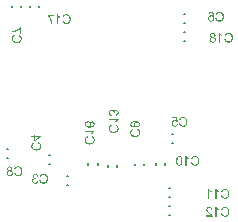
<source format=gbo>
G04*
G04 #@! TF.GenerationSoftware,Altium Limited,Altium Designer,19.1.8 (144)*
G04*
G04 Layer_Color=32896*
%FSLAX25Y25*%
%MOIN*%
G70*
G01*
G75*
%ADD16C,0.00787*%
G36*
X260349Y172709D02*
X260451Y172690D01*
X260538Y172663D01*
X260612Y172635D01*
X260672Y172607D01*
X260718Y172580D01*
X260746Y172561D01*
X260755Y172556D01*
X260825Y172492D01*
X260885Y172423D01*
X260931Y172349D01*
X260968Y172275D01*
X260996Y172210D01*
X261014Y172159D01*
X261019Y172141D01*
X261023Y172127D01*
X261028Y172118D01*
Y172113D01*
X261070Y172192D01*
X261111Y172256D01*
X261157Y172312D01*
X261199Y172358D01*
X261236Y172395D01*
X261268Y172423D01*
X261287Y172436D01*
X261296Y172441D01*
X261361Y172478D01*
X261425Y172506D01*
X261490Y172529D01*
X261550Y172543D01*
X261601Y172552D01*
X261638Y172556D01*
X261666D01*
X261675D01*
X261753Y172552D01*
X261832Y172538D01*
X261901Y172520D01*
X261961Y172496D01*
X262012Y172473D01*
X262054Y172455D01*
X262077Y172441D01*
X262086Y172436D01*
X262155Y172390D01*
X262215Y172335D01*
X262266Y172279D01*
X262312Y172224D01*
X262345Y172178D01*
X262372Y172136D01*
X262386Y172108D01*
X262391Y172104D01*
Y172099D01*
X262428Y172016D01*
X262456Y171933D01*
X262479Y171850D01*
X262493Y171776D01*
X262502Y171716D01*
X262507Y171665D01*
Y171549D01*
X262497Y171485D01*
X262474Y171360D01*
X262437Y171254D01*
X262400Y171161D01*
X262377Y171120D01*
X262359Y171087D01*
X262340Y171055D01*
X262322Y171032D01*
X262308Y171013D01*
X262299Y171000D01*
X262294Y170990D01*
X262289Y170986D01*
X262201Y170898D01*
X262105Y170829D01*
X262003Y170773D01*
X261901Y170727D01*
X261813Y170699D01*
X261776Y170685D01*
X261744Y170676D01*
X261716Y170671D01*
X261698Y170667D01*
X261684Y170662D01*
X261680D01*
X261610Y171055D01*
X261712Y171073D01*
X261800Y171101D01*
X261874Y171133D01*
X261934Y171166D01*
X261980Y171198D01*
X262012Y171226D01*
X262035Y171244D01*
X262040Y171249D01*
X262086Y171309D01*
X262123Y171374D01*
X262146Y171434D01*
X262165Y171494D01*
X262174Y171549D01*
X262183Y171591D01*
Y171628D01*
X262178Y171711D01*
X262160Y171785D01*
X262137Y171850D01*
X262114Y171905D01*
X262086Y171947D01*
X262063Y171979D01*
X262045Y172002D01*
X262040Y172007D01*
X261984Y172057D01*
X261924Y172095D01*
X261864Y172118D01*
X261809Y172136D01*
X261758Y172145D01*
X261721Y172154D01*
X261693D01*
X261689D01*
X261684D01*
X261633D01*
X261587Y172145D01*
X261508Y172122D01*
X261439Y172090D01*
X261379Y172053D01*
X261338Y172016D01*
X261305Y171984D01*
X261287Y171960D01*
X261282Y171956D01*
Y171951D01*
X261241Y171873D01*
X261208Y171799D01*
X261185Y171720D01*
X261171Y171651D01*
X261162Y171591D01*
X261153Y171540D01*
Y171480D01*
X261157Y171462D01*
Y171438D01*
X260811Y171392D01*
X260825Y171452D01*
X260834Y171508D01*
X260843Y171554D01*
X260848Y171596D01*
X260853Y171628D01*
Y171669D01*
X260843Y171766D01*
X260825Y171854D01*
X260797Y171933D01*
X260765Y171997D01*
X260732Y172048D01*
X260705Y172085D01*
X260686Y172108D01*
X260677Y172118D01*
X260608Y172178D01*
X260534Y172224D01*
X260460Y172256D01*
X260386Y172275D01*
X260326Y172289D01*
X260275Y172293D01*
X260257Y172298D01*
X260243D01*
X260233D01*
X260229D01*
X260127Y172289D01*
X260035Y172265D01*
X259956Y172238D01*
X259887Y172201D01*
X259832Y172164D01*
X259790Y172136D01*
X259762Y172113D01*
X259753Y172104D01*
X259688Y172030D01*
X259642Y171951D01*
X259610Y171873D01*
X259587Y171799D01*
X259573Y171734D01*
X259568Y171683D01*
X259563Y171665D01*
Y171637D01*
X259568Y171554D01*
X259587Y171475D01*
X259610Y171406D01*
X259637Y171351D01*
X259661Y171305D01*
X259684Y171267D01*
X259702Y171249D01*
X259707Y171240D01*
X259771Y171184D01*
X259845Y171138D01*
X259924Y171097D01*
X260007Y171064D01*
X260076Y171041D01*
X260109Y171032D01*
X260136Y171027D01*
X260159Y171023D01*
X260178Y171018D01*
X260187Y171013D01*
X260192D01*
X260141Y170621D01*
X260067Y170630D01*
X259998Y170644D01*
X259868Y170685D01*
X259758Y170736D01*
X259711Y170764D01*
X259665Y170792D01*
X259624Y170819D01*
X259591Y170847D01*
X259559Y170870D01*
X259536Y170893D01*
X259517Y170907D01*
X259504Y170921D01*
X259494Y170930D01*
X259490Y170935D01*
X259448Y170990D01*
X259406Y171046D01*
X259374Y171101D01*
X259346Y171161D01*
X259300Y171277D01*
X259273Y171388D01*
X259263Y171438D01*
X259254Y171485D01*
X259249Y171526D01*
X259245Y171563D01*
X259240Y171591D01*
Y171633D01*
X259245Y171720D01*
X259254Y171799D01*
X259268Y171877D01*
X259286Y171951D01*
X259309Y172021D01*
X259332Y172081D01*
X259360Y172141D01*
X259388Y172192D01*
X259411Y172242D01*
X259439Y172284D01*
X259462Y172321D01*
X259485Y172349D01*
X259504Y172372D01*
X259517Y172390D01*
X259527Y172399D01*
X259531Y172404D01*
X259587Y172459D01*
X259647Y172506D01*
X259707Y172547D01*
X259767Y172584D01*
X259822Y172612D01*
X259882Y172640D01*
X259993Y172677D01*
X260044Y172686D01*
X260090Y172695D01*
X260132Y172704D01*
X260169Y172709D01*
X260196Y172714D01*
X260220D01*
X260233D01*
X260238D01*
X260349Y172709D01*
D02*
G37*
G36*
X262507Y169355D02*
X262428Y169309D01*
X262354Y169258D01*
X262280Y169198D01*
X262215Y169142D01*
X262160Y169087D01*
X262114Y169045D01*
X262100Y169027D01*
X262086Y169013D01*
X262081Y169008D01*
X262077Y169004D01*
X261998Y168907D01*
X261924Y168810D01*
X261860Y168717D01*
X261809Y168625D01*
X261763Y168546D01*
X261744Y168514D01*
X261730Y168486D01*
X261716Y168463D01*
X261712Y168445D01*
X261703Y168435D01*
Y168431D01*
X261324D01*
X261351Y168500D01*
X261384Y168569D01*
X261416Y168639D01*
X261449Y168703D01*
X261476Y168759D01*
X261499Y168805D01*
X261518Y168833D01*
X261522Y168837D01*
Y168842D01*
X261573Y168925D01*
X261624Y168999D01*
X261670Y169064D01*
X261712Y169115D01*
X261744Y169161D01*
X261772Y169188D01*
X261790Y169212D01*
X261795Y169216D01*
X259296D01*
Y169609D01*
X262507D01*
Y169355D01*
D02*
G37*
G36*
X260414Y167345D02*
X260340Y167327D01*
X260270Y167304D01*
X260206Y167280D01*
X260146Y167257D01*
X260090Y167230D01*
X260044Y167202D01*
X259998Y167170D01*
X259956Y167142D01*
X259919Y167119D01*
X259892Y167091D01*
X259864Y167068D01*
X259841Y167050D01*
X259827Y167031D01*
X259813Y167017D01*
X259808Y167013D01*
X259804Y167008D01*
X259767Y166962D01*
X259739Y166911D01*
X259688Y166809D01*
X259651Y166712D01*
X259628Y166615D01*
X259610Y166532D01*
X259605Y166500D01*
Y166467D01*
X259600Y166440D01*
Y166407D01*
X259605Y166301D01*
X259624Y166199D01*
X259647Y166107D01*
X259674Y166024D01*
X259702Y165959D01*
X259716Y165931D01*
X259725Y165908D01*
X259735Y165890D01*
X259744Y165876D01*
X259748Y165867D01*
Y165862D01*
X259813Y165774D01*
X259882Y165700D01*
X259961Y165636D01*
X260035Y165585D01*
X260099Y165543D01*
X260155Y165516D01*
X260178Y165506D01*
X260192Y165497D01*
X260201Y165492D01*
X260206D01*
X260326Y165455D01*
X260446Y165428D01*
X260566Y165405D01*
X260677Y165391D01*
X260728Y165386D01*
X260774Y165382D01*
X260816D01*
X260848Y165377D01*
X260876D01*
X260899D01*
X260913D01*
X260917D01*
X261037Y165382D01*
X261148Y165391D01*
X261250Y165409D01*
X261342Y165428D01*
X261421Y165442D01*
X261453Y165451D01*
X261481Y165460D01*
X261504Y165465D01*
X261518Y165469D01*
X261527Y165474D01*
X261532D01*
X261638Y165520D01*
X261735Y165571D01*
X261813Y165627D01*
X261883Y165687D01*
X261938Y165737D01*
X261975Y165779D01*
X261998Y165811D01*
X262007Y165816D01*
Y165821D01*
X262068Y165918D01*
X262114Y166024D01*
X262146Y166126D01*
X262165Y166223D01*
X262178Y166310D01*
X262183Y166347D01*
Y166379D01*
X262188Y166403D01*
Y166440D01*
X262183Y166555D01*
X262165Y166661D01*
X262137Y166749D01*
X262109Y166828D01*
X262077Y166888D01*
X262054Y166934D01*
X262035Y166962D01*
X262026Y166971D01*
X261957Y167045D01*
X261878Y167114D01*
X261795Y167170D01*
X261712Y167216D01*
X261638Y167253D01*
X261601Y167267D01*
X261573Y167276D01*
X261550Y167285D01*
X261532Y167294D01*
X261522Y167299D01*
X261518D01*
X261615Y167715D01*
X261698Y167687D01*
X261772Y167659D01*
X261841Y167622D01*
X261911Y167590D01*
X261970Y167553D01*
X262026Y167511D01*
X262081Y167474D01*
X262128Y167438D01*
X262165Y167401D01*
X262201Y167368D01*
X262234Y167336D01*
X262257Y167313D01*
X262280Y167290D01*
X262294Y167271D01*
X262299Y167262D01*
X262303Y167257D01*
X262345Y167193D01*
X262386Y167128D01*
X262419Y167063D01*
X262446Y166994D01*
X262488Y166855D01*
X262516Y166731D01*
X262530Y166671D01*
X262534Y166620D01*
X262539Y166569D01*
X262543Y166527D01*
X262548Y166495D01*
Y166449D01*
X262539Y166296D01*
X262516Y166149D01*
X262488Y166019D01*
X262470Y165959D01*
X262451Y165904D01*
X262433Y165853D01*
X262414Y165807D01*
X262400Y165770D01*
X262386Y165733D01*
X262372Y165710D01*
X262363Y165691D01*
X262359Y165677D01*
X262354Y165673D01*
X262276Y165548D01*
X262183Y165442D01*
X262091Y165349D01*
X261998Y165271D01*
X261915Y165211D01*
X261878Y165188D01*
X261846Y165169D01*
X261823Y165151D01*
X261804Y165141D01*
X261790Y165137D01*
X261786Y165132D01*
X261643Y165068D01*
X261495Y165021D01*
X261347Y164989D01*
X261213Y164966D01*
X261153Y164957D01*
X261093Y164952D01*
X261047Y164947D01*
X261000D01*
X260968Y164943D01*
X260940D01*
X260922D01*
X260917D01*
X260751Y164952D01*
X260589Y164971D01*
X260446Y164994D01*
X260377Y165012D01*
X260317Y165026D01*
X260261Y165040D01*
X260210Y165058D01*
X260164Y165072D01*
X260127Y165081D01*
X260099Y165095D01*
X260076Y165100D01*
X260063Y165109D01*
X260058D01*
X259919Y165178D01*
X259794Y165257D01*
X259688Y165340D01*
X259647Y165382D01*
X259605Y165419D01*
X259568Y165455D01*
X259536Y165492D01*
X259508Y165525D01*
X259490Y165553D01*
X259471Y165571D01*
X259457Y165589D01*
X259453Y165599D01*
X259448Y165603D01*
X259411Y165668D01*
X259379Y165733D01*
X259328Y165871D01*
X259291Y166010D01*
X259268Y166144D01*
X259259Y166209D01*
X259249Y166264D01*
X259245Y166315D01*
Y166356D01*
X259240Y166393D01*
Y166444D01*
X259245Y166537D01*
X259254Y166624D01*
X259263Y166708D01*
X259282Y166786D01*
X259305Y166860D01*
X259328Y166929D01*
X259351Y166994D01*
X259379Y167054D01*
X259402Y167105D01*
X259425Y167156D01*
X259448Y167193D01*
X259471Y167230D01*
X259490Y167253D01*
X259499Y167276D01*
X259508Y167285D01*
X259513Y167290D01*
X259568Y167354D01*
X259624Y167410D01*
X259688Y167461D01*
X259753Y167511D01*
X259882Y167595D01*
X260012Y167659D01*
X260072Y167687D01*
X260127Y167710D01*
X260178Y167729D01*
X260220Y167743D01*
X260257Y167756D01*
X260284Y167766D01*
X260303Y167770D01*
X260307D01*
X260414Y167345D01*
D02*
G37*
G36*
X296259Y198207D02*
X296309Y198133D01*
X296370Y198059D01*
X296425Y197995D01*
X296480Y197939D01*
X296522Y197893D01*
X296540Y197879D01*
X296554Y197865D01*
X296559Y197861D01*
X296564Y197856D01*
X296661Y197777D01*
X296758Y197704D01*
X296850Y197639D01*
X296942Y197588D01*
X297021Y197542D01*
X297053Y197523D01*
X297081Y197510D01*
X297104Y197496D01*
X297123Y197491D01*
X297132Y197482D01*
X297136D01*
Y197103D01*
X297067Y197131D01*
X296998Y197163D01*
X296929Y197195D01*
X296864Y197228D01*
X296809Y197255D01*
X296762Y197278D01*
X296735Y197297D01*
X296730Y197302D01*
X296725D01*
X296642Y197353D01*
X296568Y197403D01*
X296504Y197450D01*
X296453Y197491D01*
X296407Y197523D01*
X296379Y197551D01*
X296356Y197570D01*
X296351Y197574D01*
Y195075D01*
X295958D01*
Y198286D01*
X296213D01*
X296259Y198207D01*
D02*
G37*
G36*
X299271Y198318D02*
X299419Y198295D01*
X299548Y198267D01*
X299608Y198249D01*
X299664Y198230D01*
X299714Y198212D01*
X299761Y198193D01*
X299798Y198179D01*
X299835Y198166D01*
X299858Y198152D01*
X299876Y198143D01*
X299890Y198138D01*
X299895Y198133D01*
X300019Y198055D01*
X300126Y197962D01*
X300218Y197870D01*
X300297Y197777D01*
X300357Y197694D01*
X300380Y197657D01*
X300398Y197625D01*
X300417Y197602D01*
X300426Y197583D01*
X300431Y197570D01*
X300435Y197565D01*
X300500Y197422D01*
X300546Y197274D01*
X300578Y197126D01*
X300602Y196992D01*
X300611Y196932D01*
X300615Y196872D01*
X300620Y196826D01*
Y196780D01*
X300625Y196747D01*
Y196720D01*
Y196701D01*
Y196696D01*
X300615Y196530D01*
X300597Y196368D01*
X300574Y196225D01*
X300555Y196156D01*
X300541Y196096D01*
X300528Y196040D01*
X300509Y195990D01*
X300495Y195943D01*
X300486Y195906D01*
X300472Y195879D01*
X300467Y195856D01*
X300458Y195842D01*
Y195837D01*
X300389Y195698D01*
X300310Y195574D01*
X300227Y195467D01*
X300186Y195426D01*
X300149Y195384D01*
X300112Y195347D01*
X300075Y195315D01*
X300043Y195287D01*
X300015Y195269D01*
X299996Y195250D01*
X299978Y195237D01*
X299969Y195232D01*
X299964Y195227D01*
X299899Y195190D01*
X299835Y195158D01*
X299696Y195107D01*
X299557Y195070D01*
X299423Y195047D01*
X299359Y195038D01*
X299303Y195029D01*
X299253Y195024D01*
X299211D01*
X299174Y195019D01*
X299123D01*
X299031Y195024D01*
X298943Y195033D01*
X298860Y195043D01*
X298781Y195061D01*
X298707Y195084D01*
X298638Y195107D01*
X298573Y195130D01*
X298513Y195158D01*
X298462Y195181D01*
X298412Y195204D01*
X298375Y195227D01*
X298338Y195250D01*
X298315Y195269D01*
X298291Y195278D01*
X298282Y195287D01*
X298278Y195292D01*
X298213Y195347D01*
X298158Y195403D01*
X298107Y195467D01*
X298056Y195532D01*
X297973Y195661D01*
X297908Y195791D01*
X297880Y195851D01*
X297857Y195906D01*
X297839Y195957D01*
X297825Y195999D01*
X297811Y196036D01*
X297802Y196063D01*
X297797Y196082D01*
Y196087D01*
X298222Y196193D01*
X298241Y196119D01*
X298264Y196050D01*
X298287Y195985D01*
X298310Y195925D01*
X298338Y195869D01*
X298365Y195823D01*
X298398Y195777D01*
X298426Y195736D01*
X298449Y195698D01*
X298476Y195671D01*
X298499Y195643D01*
X298518Y195620D01*
X298536Y195606D01*
X298550Y195592D01*
X298555Y195588D01*
X298559Y195583D01*
X298606Y195546D01*
X298657Y195518D01*
X298758Y195467D01*
X298855Y195431D01*
X298952Y195407D01*
X299035Y195389D01*
X299068Y195384D01*
X299100D01*
X299128Y195380D01*
X299160D01*
X299266Y195384D01*
X299368Y195403D01*
X299460Y195426D01*
X299543Y195454D01*
X299608Y195481D01*
X299636Y195495D01*
X299659Y195504D01*
X299677Y195514D01*
X299691Y195523D01*
X299701Y195528D01*
X299705D01*
X299793Y195592D01*
X299867Y195661D01*
X299932Y195740D01*
X299982Y195814D01*
X300024Y195879D01*
X300052Y195934D01*
X300061Y195957D01*
X300070Y195971D01*
X300075Y195980D01*
Y195985D01*
X300112Y196105D01*
X300139Y196225D01*
X300163Y196345D01*
X300177Y196456D01*
X300181Y196507D01*
X300186Y196553D01*
Y196595D01*
X300190Y196627D01*
Y196655D01*
Y196678D01*
Y196692D01*
Y196696D01*
X300186Y196817D01*
X300177Y196927D01*
X300158Y197029D01*
X300139Y197122D01*
X300126Y197200D01*
X300116Y197232D01*
X300107Y197260D01*
X300102Y197283D01*
X300098Y197297D01*
X300093Y197306D01*
Y197311D01*
X300047Y197417D01*
X299996Y197514D01*
X299941Y197593D01*
X299881Y197662D01*
X299830Y197717D01*
X299788Y197754D01*
X299756Y197777D01*
X299751Y197787D01*
X299747D01*
X299650Y197847D01*
X299543Y197893D01*
X299442Y197925D01*
X299345Y197944D01*
X299257Y197958D01*
X299220Y197962D01*
X299188D01*
X299165Y197967D01*
X299128D01*
X299012Y197962D01*
X298906Y197944D01*
X298818Y197916D01*
X298740Y197888D01*
X298680Y197856D01*
X298633Y197833D01*
X298606Y197815D01*
X298596Y197805D01*
X298522Y197736D01*
X298453Y197657D01*
X298398Y197574D01*
X298352Y197491D01*
X298315Y197417D01*
X298301Y197380D01*
X298291Y197353D01*
X298282Y197329D01*
X298273Y197311D01*
X298268Y197302D01*
Y197297D01*
X297853Y197394D01*
X297880Y197477D01*
X297908Y197551D01*
X297945Y197620D01*
X297977Y197690D01*
X298014Y197750D01*
X298056Y197805D01*
X298093Y197861D01*
X298130Y197907D01*
X298167Y197944D01*
X298199Y197981D01*
X298231Y198013D01*
X298254Y198036D01*
X298278Y198059D01*
X298296Y198073D01*
X298305Y198078D01*
X298310Y198082D01*
X298375Y198124D01*
X298439Y198166D01*
X298504Y198198D01*
X298573Y198226D01*
X298712Y198267D01*
X298837Y198295D01*
X298897Y198309D01*
X298948Y198313D01*
X298998Y198318D01*
X299040Y198323D01*
X299072Y198327D01*
X299118D01*
X299271Y198318D01*
D02*
G37*
G36*
X293986Y198281D02*
X294060Y198276D01*
X294189Y198249D01*
X294249Y198230D01*
X294304Y198212D01*
X294355Y198189D01*
X294402Y198166D01*
X294438Y198143D01*
X294475Y198119D01*
X294508Y198101D01*
X294531Y198082D01*
X294549Y198069D01*
X294563Y198055D01*
X294572Y198050D01*
X294577Y198046D01*
X294619Y197999D01*
X294660Y197953D01*
X294692Y197902D01*
X294720Y197851D01*
X294766Y197754D01*
X294794Y197662D01*
X294813Y197583D01*
X294817Y197547D01*
X294822Y197519D01*
X294827Y197491D01*
Y197473D01*
Y197463D01*
Y197459D01*
X294822Y197376D01*
X294808Y197297D01*
X294790Y197228D01*
X294766Y197168D01*
X294748Y197122D01*
X294729Y197084D01*
X294716Y197066D01*
X294711Y197057D01*
X294660Y197001D01*
X294605Y196950D01*
X294545Y196904D01*
X294485Y196867D01*
X294429Y196840D01*
X294388Y196821D01*
X294369Y196812D01*
X294355Y196807D01*
X294351Y196803D01*
X294346D01*
X294452Y196770D01*
X294540Y196729D01*
X294619Y196678D01*
X294683Y196632D01*
X294734Y196586D01*
X294771Y196549D01*
X294790Y196526D01*
X294799Y196521D01*
Y196516D01*
X294850Y196433D01*
X294891Y196345D01*
X294919Y196262D01*
X294937Y196179D01*
X294947Y196105D01*
X294951Y196073D01*
Y196045D01*
X294956Y196027D01*
Y196008D01*
Y195999D01*
Y195994D01*
X294951Y195920D01*
X294942Y195846D01*
X294928Y195777D01*
X294910Y195708D01*
X294864Y195592D01*
X294840Y195537D01*
X294813Y195491D01*
X294785Y195444D01*
X294762Y195407D01*
X294734Y195375D01*
X294716Y195347D01*
X294697Y195324D01*
X294683Y195310D01*
X294674Y195301D01*
X294669Y195297D01*
X294614Y195246D01*
X294554Y195204D01*
X294489Y195167D01*
X294425Y195135D01*
X294365Y195112D01*
X294300Y195089D01*
X294175Y195056D01*
X294120Y195043D01*
X294069Y195033D01*
X294023Y195029D01*
X293981Y195024D01*
X293949Y195019D01*
X293902D01*
X293815Y195024D01*
X293736Y195033D01*
X293658Y195047D01*
X293584Y195061D01*
X293519Y195084D01*
X293454Y195107D01*
X293394Y195130D01*
X293343Y195158D01*
X293297Y195186D01*
X293256Y195209D01*
X293223Y195232D01*
X293191Y195255D01*
X293168Y195269D01*
X293154Y195283D01*
X293145Y195292D01*
X293140Y195297D01*
X293089Y195352D01*
X293043Y195407D01*
X293006Y195463D01*
X292974Y195523D01*
X292941Y195578D01*
X292918Y195638D01*
X292886Y195745D01*
X292872Y195796D01*
X292863Y195842D01*
X292858Y195883D01*
X292854Y195916D01*
X292849Y195943D01*
Y195966D01*
Y195980D01*
Y195985D01*
X292854Y196091D01*
X292872Y196188D01*
X292900Y196276D01*
X292928Y196350D01*
X292955Y196410D01*
X292983Y196456D01*
X293002Y196484D01*
X293006Y196488D01*
Y196493D01*
X293071Y196567D01*
X293140Y196632D01*
X293214Y196683D01*
X293283Y196729D01*
X293348Y196761D01*
X293404Y196784D01*
X293422Y196793D01*
X293436Y196798D01*
X293445Y196803D01*
X293450D01*
X293367Y196840D01*
X293297Y196881D01*
X293237Y196923D01*
X293186Y196964D01*
X293149Y197001D01*
X293122Y197029D01*
X293103Y197047D01*
X293099Y197057D01*
X293057Y197122D01*
X293029Y197186D01*
X293006Y197251D01*
X292992Y197316D01*
X292983Y197366D01*
X292979Y197408D01*
Y197436D01*
Y197440D01*
Y197445D01*
X292983Y197510D01*
X292988Y197570D01*
X293020Y197685D01*
X293062Y197787D01*
X293108Y197874D01*
X293154Y197944D01*
X293177Y197971D01*
X293196Y197999D01*
X293214Y198018D01*
X293228Y198032D01*
X293233Y198036D01*
X293237Y198041D01*
X293288Y198082D01*
X293339Y198124D01*
X293394Y198156D01*
X293450Y198184D01*
X293561Y198226D01*
X293671Y198253D01*
X293718Y198267D01*
X293764Y198272D01*
X293806Y198276D01*
X293842Y198281D01*
X293870Y198286D01*
X293912D01*
X293986Y198281D01*
D02*
G37*
G36*
X242234Y204386D02*
X242285Y204312D01*
X242345Y204238D01*
X242400Y204173D01*
X242456Y204118D01*
X242497Y204072D01*
X242516Y204058D01*
X242530Y204044D01*
X242534Y204039D01*
X242539Y204035D01*
X242636Y203956D01*
X242733Y203882D01*
X242826Y203818D01*
X242918Y203767D01*
X242996Y203721D01*
X243029Y203702D01*
X243057Y203688D01*
X243080Y203674D01*
X243098Y203670D01*
X243107Y203660D01*
X243112D01*
Y203282D01*
X243043Y203309D01*
X242973Y203342D01*
X242904Y203374D01*
X242839Y203406D01*
X242784Y203434D01*
X242738Y203457D01*
X242710Y203476D01*
X242705Y203480D01*
X242701D01*
X242618Y203531D01*
X242544Y203582D01*
X242479Y203628D01*
X242428Y203670D01*
X242382Y203702D01*
X242354Y203730D01*
X242331Y203748D01*
X242326Y203753D01*
Y201254D01*
X241934D01*
Y204464D01*
X242188D01*
X242234Y204386D01*
D02*
G37*
G36*
X245246Y204497D02*
X245394Y204474D01*
X245524Y204446D01*
X245584Y204428D01*
X245639Y204409D01*
X245690Y204391D01*
X245736Y204372D01*
X245773Y204358D01*
X245810Y204344D01*
X245833Y204330D01*
X245852Y204321D01*
X245865Y204317D01*
X245870Y204312D01*
X245995Y204233D01*
X246101Y204141D01*
X246193Y204049D01*
X246272Y203956D01*
X246332Y203873D01*
X246355Y203836D01*
X246374Y203804D01*
X246392Y203781D01*
X246401Y203762D01*
X246406Y203748D01*
X246411Y203744D01*
X246475Y203601D01*
X246521Y203453D01*
X246554Y203305D01*
X246577Y203171D01*
X246586Y203111D01*
X246591Y203051D01*
X246595Y203005D01*
Y202958D01*
X246600Y202926D01*
Y202898D01*
Y202880D01*
Y202875D01*
X246591Y202709D01*
X246572Y202547D01*
X246549Y202404D01*
X246531Y202335D01*
X246517Y202274D01*
X246503Y202219D01*
X246484Y202168D01*
X246471Y202122D01*
X246461Y202085D01*
X246447Y202057D01*
X246443Y202034D01*
X246434Y202021D01*
Y202016D01*
X246364Y201877D01*
X246286Y201752D01*
X246203Y201646D01*
X246161Y201605D01*
X246124Y201563D01*
X246087Y201526D01*
X246050Y201494D01*
X246018Y201466D01*
X245990Y201448D01*
X245972Y201429D01*
X245953Y201415D01*
X245944Y201411D01*
X245939Y201406D01*
X245875Y201369D01*
X245810Y201337D01*
X245671Y201286D01*
X245533Y201249D01*
X245399Y201226D01*
X245334Y201217D01*
X245279Y201207D01*
X245228Y201203D01*
X245186D01*
X245149Y201198D01*
X245098D01*
X245006Y201203D01*
X244918Y201212D01*
X244835Y201221D01*
X244757Y201240D01*
X244683Y201263D01*
X244613Y201286D01*
X244549Y201309D01*
X244489Y201337D01*
X244438Y201360D01*
X244387Y201383D01*
X244350Y201406D01*
X244313Y201429D01*
X244290Y201448D01*
X244267Y201457D01*
X244258Y201466D01*
X244253Y201471D01*
X244188Y201526D01*
X244133Y201582D01*
X244082Y201646D01*
X244031Y201711D01*
X243948Y201840D01*
X243883Y201970D01*
X243856Y202030D01*
X243833Y202085D01*
X243814Y202136D01*
X243800Y202178D01*
X243786Y202215D01*
X243777Y202242D01*
X243773Y202261D01*
Y202265D01*
X244198Y202372D01*
X244216Y202298D01*
X244239Y202228D01*
X244262Y202164D01*
X244285Y202104D01*
X244313Y202048D01*
X244341Y202002D01*
X244373Y201956D01*
X244401Y201914D01*
X244424Y201877D01*
X244452Y201850D01*
X244475Y201822D01*
X244493Y201799D01*
X244512Y201785D01*
X244526Y201771D01*
X244530Y201766D01*
X244535Y201762D01*
X244581Y201725D01*
X244632Y201697D01*
X244734Y201646D01*
X244830Y201609D01*
X244928Y201586D01*
X245011Y201568D01*
X245043Y201563D01*
X245075D01*
X245103Y201558D01*
X245135D01*
X245242Y201563D01*
X245343Y201582D01*
X245436Y201605D01*
X245519Y201632D01*
X245584Y201660D01*
X245611Y201674D01*
X245634Y201683D01*
X245653Y201692D01*
X245667Y201702D01*
X245676Y201706D01*
X245681D01*
X245768Y201771D01*
X245842Y201840D01*
X245907Y201919D01*
X245958Y201993D01*
X245999Y202057D01*
X246027Y202113D01*
X246036Y202136D01*
X246046Y202150D01*
X246050Y202159D01*
Y202164D01*
X246087Y202284D01*
X246115Y202404D01*
X246138Y202524D01*
X246152Y202635D01*
X246157Y202686D01*
X246161Y202732D01*
Y202773D01*
X246166Y202806D01*
Y202834D01*
Y202857D01*
Y202870D01*
Y202875D01*
X246161Y202995D01*
X246152Y203106D01*
X246133Y203208D01*
X246115Y203300D01*
X246101Y203379D01*
X246092Y203411D01*
X246083Y203439D01*
X246078Y203462D01*
X246073Y203476D01*
X246069Y203485D01*
Y203490D01*
X246023Y203596D01*
X245972Y203693D01*
X245916Y203771D01*
X245856Y203841D01*
X245805Y203896D01*
X245764Y203933D01*
X245731Y203956D01*
X245727Y203965D01*
X245722D01*
X245625Y204026D01*
X245519Y204072D01*
X245417Y204104D01*
X245320Y204123D01*
X245233Y204136D01*
X245196Y204141D01*
X245163D01*
X245140Y204146D01*
X245103D01*
X244988Y204141D01*
X244881Y204123D01*
X244794Y204095D01*
X244715Y204067D01*
X244655Y204035D01*
X244609Y204012D01*
X244581Y203993D01*
X244572Y203984D01*
X244498Y203915D01*
X244429Y203836D01*
X244373Y203753D01*
X244327Y203670D01*
X244290Y203596D01*
X244276Y203559D01*
X244267Y203531D01*
X244258Y203508D01*
X244248Y203490D01*
X244244Y203480D01*
Y203476D01*
X243828Y203573D01*
X243856Y203656D01*
X243883Y203730D01*
X243920Y203799D01*
X243953Y203869D01*
X243990Y203928D01*
X244031Y203984D01*
X244068Y204039D01*
X244105Y204086D01*
X244142Y204123D01*
X244175Y204159D01*
X244207Y204192D01*
X244230Y204215D01*
X244253Y204238D01*
X244271Y204252D01*
X244281Y204257D01*
X244285Y204261D01*
X244350Y204303D01*
X244415Y204344D01*
X244479Y204377D01*
X244549Y204404D01*
X244687Y204446D01*
X244812Y204474D01*
X244872Y204487D01*
X244923Y204492D01*
X244974Y204497D01*
X245015Y204501D01*
X245048Y204506D01*
X245094D01*
X245246Y204497D01*
D02*
G37*
G36*
X240899Y204030D02*
X239333D01*
X239444Y203896D01*
X239550Y203753D01*
X239642Y203614D01*
X239730Y203480D01*
X239767Y203420D01*
X239799Y203365D01*
X239832Y203314D01*
X239855Y203273D01*
X239873Y203236D01*
X239887Y203212D01*
X239896Y203194D01*
X239901Y203189D01*
X239993Y203005D01*
X240077Y202820D01*
X240146Y202644D01*
X240174Y202566D01*
X240201Y202487D01*
X240229Y202418D01*
X240248Y202353D01*
X240266Y202298D01*
X240280Y202251D01*
X240294Y202210D01*
X240303Y202182D01*
X240308Y202164D01*
Y202159D01*
X240354Y201970D01*
X240372Y201877D01*
X240386Y201794D01*
X240400Y201715D01*
X240414Y201637D01*
X240423Y201572D01*
X240432Y201508D01*
X240437Y201452D01*
X240441Y201401D01*
X240446Y201355D01*
Y201318D01*
X240451Y201290D01*
Y201272D01*
Y201258D01*
Y201254D01*
X240049D01*
X240035Y201429D01*
X240012Y201591D01*
X239989Y201739D01*
X239975Y201808D01*
X239961Y201873D01*
X239952Y201928D01*
X239938Y201979D01*
X239929Y202025D01*
X239919Y202062D01*
X239910Y202090D01*
X239906Y202113D01*
X239901Y202127D01*
Y202131D01*
X239832Y202344D01*
X239758Y202542D01*
X239721Y202640D01*
X239684Y202732D01*
X239642Y202815D01*
X239605Y202898D01*
X239573Y202972D01*
X239541Y203037D01*
X239513Y203092D01*
X239490Y203143D01*
X239467Y203185D01*
X239453Y203212D01*
X239444Y203231D01*
X239439Y203236D01*
X239384Y203332D01*
X239328Y203430D01*
X239273Y203517D01*
X239217Y203601D01*
X239166Y203674D01*
X239116Y203748D01*
X239065Y203813D01*
X239023Y203869D01*
X238982Y203924D01*
X238945Y203970D01*
X238908Y204007D01*
X238880Y204039D01*
X238861Y204067D01*
X238843Y204086D01*
X238834Y204095D01*
X238829Y204099D01*
Y204409D01*
X240899D01*
Y204030D01*
D02*
G37*
G36*
X252428Y168841D02*
X252507Y168832D01*
X252585Y168818D01*
X252655Y168804D01*
X252719Y168781D01*
X252784Y168758D01*
X252839Y168735D01*
X252890Y168707D01*
X252937Y168679D01*
X252978Y168656D01*
X253010Y168633D01*
X253043Y168610D01*
X253066Y168596D01*
X253080Y168582D01*
X253089Y168573D01*
X253094Y168568D01*
X253144Y168518D01*
X253191Y168462D01*
X253228Y168402D01*
X253260Y168347D01*
X253292Y168291D01*
X253315Y168236D01*
X253348Y168130D01*
X253362Y168083D01*
X253371Y168037D01*
X253375Y168000D01*
X253380Y167963D01*
X253385Y167936D01*
Y167898D01*
X253380Y167815D01*
X253366Y167737D01*
X253352Y167663D01*
X253334Y167598D01*
X253311Y167543D01*
X253297Y167501D01*
X253283Y167473D01*
X253278Y167469D01*
Y167464D01*
X253232Y167390D01*
X253181Y167326D01*
X253131Y167266D01*
X253075Y167219D01*
X253029Y167178D01*
X252992Y167146D01*
X252964Y167127D01*
X252960Y167122D01*
X253043D01*
X253126Y167127D01*
X253200Y167132D01*
X253274Y167141D01*
X253338Y167146D01*
X253398Y167155D01*
X253454Y167164D01*
X253505Y167178D01*
X253551Y167187D01*
X253588Y167196D01*
X253620Y167206D01*
X253648Y167210D01*
X253666Y167219D01*
X253680Y167224D01*
X253690Y167229D01*
X253694D01*
X253787Y167275D01*
X253870Y167321D01*
X253934Y167372D01*
X253990Y167418D01*
X254036Y167460D01*
X254068Y167492D01*
X254087Y167515D01*
X254092Y167524D01*
X254129Y167580D01*
X254152Y167635D01*
X254170Y167691D01*
X254184Y167746D01*
X254193Y167788D01*
X254198Y167825D01*
Y167857D01*
X254188Y167940D01*
X254170Y168019D01*
X254142Y168083D01*
X254115Y168143D01*
X254082Y168190D01*
X254054Y168222D01*
X254036Y168240D01*
X254027Y168250D01*
X253985Y168282D01*
X253934Y168314D01*
X253879Y168342D01*
X253823Y168360D01*
X253773Y168379D01*
X253731Y168393D01*
X253703Y168397D01*
X253699Y168402D01*
X253694D01*
X253727Y168795D01*
X253856Y168767D01*
X253971Y168726D01*
X254073Y168679D01*
X254156Y168629D01*
X254221Y168578D01*
X254249Y168559D01*
X254272Y168536D01*
X254286Y168522D01*
X254299Y168508D01*
X254304Y168504D01*
X254309Y168499D01*
X254346Y168453D01*
X254378Y168402D01*
X254433Y168300D01*
X254470Y168199D01*
X254493Y168102D01*
X254512Y168014D01*
X254517Y167977D01*
Y167945D01*
X254521Y167917D01*
Y167880D01*
X254517Y167788D01*
X254507Y167700D01*
X254489Y167617D01*
X254466Y167538D01*
X254433Y167469D01*
X254406Y167400D01*
X254369Y167340D01*
X254336Y167284D01*
X254304Y167238D01*
X254267Y167192D01*
X254239Y167155D01*
X254212Y167127D01*
X254184Y167104D01*
X254165Y167085D01*
X254156Y167076D01*
X254152Y167072D01*
X254068Y167011D01*
X253971Y166961D01*
X253870Y166914D01*
X253764Y166873D01*
X253653Y166841D01*
X253542Y166813D01*
X253426Y166790D01*
X253320Y166771D01*
X253214Y166757D01*
X253117Y166748D01*
X253029Y166739D01*
X252955Y166734D01*
X252890D01*
X252844Y166730D01*
X252826D01*
X252812D01*
X252807D01*
X252802D01*
X252655Y166734D01*
X252516Y166744D01*
X252387Y166757D01*
X252267Y166780D01*
X252160Y166804D01*
X252063Y166827D01*
X251975Y166854D01*
X251897Y166887D01*
X251832Y166914D01*
X251772Y166942D01*
X251726Y166965D01*
X251684Y166993D01*
X251652Y167011D01*
X251634Y167025D01*
X251620Y167035D01*
X251615Y167039D01*
X251551Y167099D01*
X251495Y167164D01*
X251449Y167229D01*
X251407Y167293D01*
X251370Y167363D01*
X251343Y167427D01*
X251320Y167492D01*
X251301Y167557D01*
X251287Y167612D01*
X251273Y167667D01*
X251264Y167714D01*
X251259Y167755D01*
Y167792D01*
X251255Y167815D01*
Y167839D01*
X251259Y167945D01*
X251278Y168042D01*
X251296Y168130D01*
X251324Y168208D01*
X251347Y168268D01*
X251370Y168314D01*
X251375Y168333D01*
X251384Y168347D01*
X251389Y168351D01*
Y168356D01*
X251444Y168435D01*
X251509Y168508D01*
X251574Y168568D01*
X251638Y168619D01*
X251698Y168661D01*
X251745Y168689D01*
X251763Y168698D01*
X251777Y168707D01*
X251782Y168712D01*
X251786D01*
X251883Y168758D01*
X251985Y168790D01*
X252077Y168813D01*
X252165Y168827D01*
X252239Y168841D01*
X252267D01*
X252294Y168846D01*
X252317D01*
X252331D01*
X252341D01*
X252345D01*
X252428Y168841D01*
D02*
G37*
G36*
X254521Y165487D02*
X254443Y165441D01*
X254369Y165390D01*
X254295Y165330D01*
X254230Y165274D01*
X254175Y165219D01*
X254129Y165177D01*
X254115Y165159D01*
X254101Y165145D01*
X254096Y165140D01*
X254092Y165136D01*
X254013Y165039D01*
X253939Y164942D01*
X253874Y164849D01*
X253823Y164757D01*
X253777Y164678D01*
X253759Y164646D01*
X253745Y164618D01*
X253731Y164595D01*
X253727Y164577D01*
X253717Y164567D01*
Y164563D01*
X253338D01*
X253366Y164632D01*
X253398Y164701D01*
X253431Y164771D01*
X253463Y164836D01*
X253491Y164891D01*
X253514Y164937D01*
X253533Y164965D01*
X253537Y164970D01*
Y164974D01*
X253588Y165057D01*
X253639Y165131D01*
X253685Y165196D01*
X253727Y165247D01*
X253759Y165293D01*
X253787Y165321D01*
X253805Y165344D01*
X253810Y165348D01*
X251310D01*
Y165741D01*
X254521D01*
Y165487D01*
D02*
G37*
G36*
X252428Y163477D02*
X252354Y163459D01*
X252285Y163436D01*
X252220Y163412D01*
X252160Y163389D01*
X252105Y163362D01*
X252059Y163334D01*
X252012Y163302D01*
X251971Y163274D01*
X251934Y163251D01*
X251906Y163223D01*
X251878Y163200D01*
X251855Y163181D01*
X251842Y163163D01*
X251828Y163149D01*
X251823Y163145D01*
X251818Y163140D01*
X251782Y163094D01*
X251754Y163043D01*
X251703Y162941D01*
X251666Y162844D01*
X251643Y162747D01*
X251624Y162664D01*
X251620Y162632D01*
Y162599D01*
X251615Y162572D01*
Y162539D01*
X251620Y162433D01*
X251638Y162331D01*
X251661Y162239D01*
X251689Y162156D01*
X251717Y162091D01*
X251731Y162064D01*
X251740Y162040D01*
X251749Y162022D01*
X251758Y162008D01*
X251763Y161999D01*
Y161994D01*
X251828Y161906D01*
X251897Y161832D01*
X251975Y161768D01*
X252049Y161717D01*
X252114Y161675D01*
X252170Y161648D01*
X252193Y161638D01*
X252206Y161629D01*
X252216Y161625D01*
X252220D01*
X252341Y161588D01*
X252461Y161560D01*
X252581Y161537D01*
X252692Y161523D01*
X252743Y161518D01*
X252789Y161514D01*
X252830D01*
X252863Y161509D01*
X252890D01*
X252913D01*
X252927D01*
X252932D01*
X253052Y161514D01*
X253163Y161523D01*
X253264Y161541D01*
X253357Y161560D01*
X253435Y161574D01*
X253468Y161583D01*
X253496Y161592D01*
X253519Y161597D01*
X253533Y161601D01*
X253542Y161606D01*
X253546D01*
X253653Y161652D01*
X253750Y161703D01*
X253828Y161759D01*
X253898Y161819D01*
X253953Y161869D01*
X253990Y161911D01*
X254013Y161943D01*
X254022Y161948D01*
Y161953D01*
X254082Y162050D01*
X254129Y162156D01*
X254161Y162258D01*
X254179Y162355D01*
X254193Y162442D01*
X254198Y162479D01*
Y162512D01*
X254202Y162535D01*
Y162572D01*
X254198Y162687D01*
X254179Y162793D01*
X254152Y162881D01*
X254124Y162960D01*
X254092Y163020D01*
X254068Y163066D01*
X254050Y163094D01*
X254041Y163103D01*
X253971Y163177D01*
X253893Y163246D01*
X253810Y163302D01*
X253727Y163348D01*
X253653Y163385D01*
X253616Y163399D01*
X253588Y163408D01*
X253565Y163417D01*
X253546Y163426D01*
X253537Y163431D01*
X253533D01*
X253629Y163847D01*
X253713Y163819D01*
X253787Y163791D01*
X253856Y163754D01*
X253925Y163722D01*
X253985Y163685D01*
X254041Y163644D01*
X254096Y163607D01*
X254142Y163570D01*
X254179Y163533D01*
X254216Y163500D01*
X254249Y163468D01*
X254272Y163445D01*
X254295Y163422D01*
X254309Y163403D01*
X254313Y163394D01*
X254318Y163389D01*
X254360Y163325D01*
X254401Y163260D01*
X254433Y163195D01*
X254461Y163126D01*
X254503Y162987D01*
X254530Y162863D01*
X254544Y162803D01*
X254549Y162752D01*
X254554Y162701D01*
X254558Y162660D01*
X254563Y162627D01*
Y162581D01*
X254554Y162428D01*
X254530Y162281D01*
X254503Y162151D01*
X254484Y162091D01*
X254466Y162036D01*
X254447Y161985D01*
X254429Y161939D01*
X254415Y161902D01*
X254401Y161865D01*
X254387Y161842D01*
X254378Y161823D01*
X254373Y161809D01*
X254369Y161805D01*
X254290Y161680D01*
X254198Y161574D01*
X254105Y161481D01*
X254013Y161403D01*
X253930Y161343D01*
X253893Y161320D01*
X253860Y161301D01*
X253837Y161283D01*
X253819Y161274D01*
X253805Y161269D01*
X253800Y161264D01*
X253657Y161199D01*
X253509Y161153D01*
X253362Y161121D01*
X253228Y161098D01*
X253168Y161089D01*
X253107Y161084D01*
X253061Y161079D01*
X253015D01*
X252983Y161075D01*
X252955D01*
X252937D01*
X252932D01*
X252766Y161084D01*
X252604Y161102D01*
X252461Y161126D01*
X252391Y161144D01*
X252331Y161158D01*
X252276Y161172D01*
X252225Y161190D01*
X252179Y161204D01*
X252142Y161213D01*
X252114Y161227D01*
X252091Y161232D01*
X252077Y161241D01*
X252073D01*
X251934Y161310D01*
X251809Y161389D01*
X251703Y161472D01*
X251661Y161514D01*
X251620Y161551D01*
X251583Y161588D01*
X251551Y161625D01*
X251523Y161657D01*
X251504Y161685D01*
X251486Y161703D01*
X251472Y161722D01*
X251467Y161731D01*
X251463Y161735D01*
X251426Y161800D01*
X251393Y161865D01*
X251343Y162003D01*
X251306Y162142D01*
X251283Y162276D01*
X251273Y162341D01*
X251264Y162396D01*
X251259Y162447D01*
Y162488D01*
X251255Y162525D01*
Y162576D01*
X251259Y162669D01*
X251269Y162757D01*
X251278Y162840D01*
X251296Y162918D01*
X251320Y162992D01*
X251343Y163061D01*
X251366Y163126D01*
X251393Y163186D01*
X251416Y163237D01*
X251440Y163288D01*
X251463Y163325D01*
X251486Y163362D01*
X251504Y163385D01*
X251514Y163408D01*
X251523Y163417D01*
X251527Y163422D01*
X251583Y163486D01*
X251638Y163542D01*
X251703Y163593D01*
X251768Y163644D01*
X251897Y163727D01*
X252026Y163791D01*
X252086Y163819D01*
X252142Y163842D01*
X252193Y163861D01*
X252234Y163874D01*
X252271Y163888D01*
X252299Y163898D01*
X252317Y163902D01*
X252322D01*
X252428Y163477D01*
D02*
G37*
G36*
X292827Y140281D02*
X292905Y140277D01*
X292979Y140263D01*
X293049Y140249D01*
X293113Y140230D01*
X293173Y140212D01*
X293229Y140189D01*
X293280Y140166D01*
X293326Y140143D01*
X293363Y140119D01*
X293395Y140101D01*
X293423Y140082D01*
X293446Y140069D01*
X293460Y140055D01*
X293469Y140050D01*
X293474Y140045D01*
X293520Y139999D01*
X293561Y139948D01*
X293603Y139893D01*
X293635Y139838D01*
X293691Y139727D01*
X293728Y139616D01*
X293742Y139565D01*
X293755Y139514D01*
X293765Y139473D01*
X293774Y139436D01*
X293778Y139403D01*
Y139380D01*
X293783Y139366D01*
Y139362D01*
X293381Y139320D01*
X293372Y139426D01*
X293354Y139519D01*
X293326Y139602D01*
X293293Y139667D01*
X293266Y139722D01*
X293238Y139759D01*
X293219Y139782D01*
X293210Y139791D01*
X293141Y139847D01*
X293067Y139888D01*
X292988Y139921D01*
X292919Y139939D01*
X292854Y139953D01*
X292799Y139958D01*
X292781Y139962D01*
X292753D01*
X292656Y139958D01*
X292568Y139939D01*
X292494Y139911D01*
X292429Y139884D01*
X292379Y139851D01*
X292346Y139828D01*
X292323Y139810D01*
X292314Y139801D01*
X292259Y139736D01*
X292217Y139671D01*
X292185Y139607D01*
X292166Y139542D01*
X292152Y139491D01*
X292148Y139445D01*
X292143Y139417D01*
Y139412D01*
Y139408D01*
X292152Y139325D01*
X292171Y139237D01*
X292203Y139158D01*
X292235Y139084D01*
X292272Y139024D01*
X292305Y138974D01*
X292314Y138955D01*
X292323Y138941D01*
X292333Y138937D01*
Y138932D01*
X292369Y138881D01*
X292416Y138830D01*
X292466Y138775D01*
X292522Y138719D01*
X292637Y138609D01*
X292753Y138498D01*
X292813Y138447D01*
X292864Y138401D01*
X292915Y138359D01*
X292956Y138322D01*
X292988Y138294D01*
X293016Y138271D01*
X293035Y138258D01*
X293039Y138253D01*
X293155Y138156D01*
X293261Y138064D01*
X293349Y137980D01*
X293418Y137911D01*
X293478Y137851D01*
X293520Y137809D01*
X293543Y137782D01*
X293552Y137777D01*
Y137772D01*
X293617Y137694D01*
X293668Y137620D01*
X293714Y137546D01*
X293751Y137481D01*
X293778Y137426D01*
X293797Y137384D01*
X293806Y137357D01*
X293811Y137352D01*
Y137347D01*
X293829Y137297D01*
X293839Y137250D01*
X293848Y137204D01*
X293852Y137163D01*
X293857Y137126D01*
Y137098D01*
Y137079D01*
Y137075D01*
X291737D01*
Y137454D01*
X293312D01*
X293256Y137532D01*
X293229Y137565D01*
X293206Y137597D01*
X293183Y137625D01*
X293164Y137643D01*
X293150Y137657D01*
X293146Y137662D01*
X293123Y137685D01*
X293095Y137708D01*
X293030Y137768D01*
X292956Y137837D01*
X292878Y137906D01*
X292804Y137967D01*
X292771Y137994D01*
X292744Y138022D01*
X292721Y138040D01*
X292702Y138054D01*
X292693Y138064D01*
X292688Y138068D01*
X292614Y138133D01*
X292540Y138193D01*
X292476Y138253D01*
X292416Y138304D01*
X292360Y138355D01*
X292314Y138401D01*
X292268Y138442D01*
X292231Y138479D01*
X292194Y138516D01*
X292166Y138544D01*
X292143Y138567D01*
X292120Y138590D01*
X292097Y138618D01*
X292088Y138627D01*
X292023Y138706D01*
X291968Y138775D01*
X291921Y138844D01*
X291884Y138900D01*
X291857Y138951D01*
X291838Y138988D01*
X291829Y139011D01*
X291824Y139020D01*
X291797Y139089D01*
X291778Y139158D01*
X291760Y139223D01*
X291750Y139278D01*
X291746Y139329D01*
X291741Y139366D01*
Y139389D01*
Y139399D01*
X291746Y139468D01*
X291755Y139533D01*
X291764Y139597D01*
X291783Y139653D01*
X291829Y139764D01*
X291875Y139851D01*
X291903Y139893D01*
X291926Y139925D01*
X291949Y139958D01*
X291972Y139981D01*
X291991Y139999D01*
X292000Y140018D01*
X292009Y140022D01*
X292014Y140027D01*
X292064Y140073D01*
X292120Y140115D01*
X292180Y140147D01*
X292240Y140175D01*
X292360Y140221D01*
X292480Y140253D01*
X292531Y140263D01*
X292582Y140272D01*
X292628Y140277D01*
X292665Y140281D01*
X292698Y140286D01*
X292744D01*
X292827Y140281D01*
D02*
G37*
G36*
X295109Y140207D02*
X295160Y140133D01*
X295220Y140059D01*
X295275Y139995D01*
X295331Y139939D01*
X295372Y139893D01*
X295391Y139879D01*
X295405Y139865D01*
X295409Y139861D01*
X295414Y139856D01*
X295511Y139778D01*
X295608Y139704D01*
X295701Y139639D01*
X295793Y139588D01*
X295871Y139542D01*
X295904Y139523D01*
X295932Y139509D01*
X295955Y139496D01*
X295973Y139491D01*
X295982Y139482D01*
X295987D01*
Y139103D01*
X295918Y139131D01*
X295848Y139163D01*
X295779Y139195D01*
X295714Y139228D01*
X295659Y139255D01*
X295613Y139278D01*
X295585Y139297D01*
X295580Y139302D01*
X295576D01*
X295493Y139353D01*
X295419Y139403D01*
X295354Y139450D01*
X295303Y139491D01*
X295257Y139523D01*
X295229Y139551D01*
X295206Y139570D01*
X295201Y139574D01*
Y137075D01*
X294809D01*
Y140286D01*
X295063D01*
X295109Y140207D01*
D02*
G37*
G36*
X298121Y140318D02*
X298269Y140295D01*
X298398Y140267D01*
X298459Y140249D01*
X298514Y140230D01*
X298565Y140212D01*
X298611Y140193D01*
X298648Y140179D01*
X298685Y140166D01*
X298708Y140152D01*
X298727Y140143D01*
X298740Y140138D01*
X298745Y140133D01*
X298870Y140055D01*
X298976Y139962D01*
X299068Y139870D01*
X299147Y139778D01*
X299207Y139694D01*
X299230Y139657D01*
X299249Y139625D01*
X299267Y139602D01*
X299276Y139584D01*
X299281Y139570D01*
X299286Y139565D01*
X299350Y139422D01*
X299396Y139274D01*
X299429Y139126D01*
X299452Y138992D01*
X299461Y138932D01*
X299466Y138872D01*
X299470Y138826D01*
Y138780D01*
X299475Y138747D01*
Y138719D01*
Y138701D01*
Y138696D01*
X299466Y138530D01*
X299447Y138368D01*
X299424Y138225D01*
X299406Y138156D01*
X299392Y138096D01*
X299378Y138040D01*
X299359Y137990D01*
X299346Y137943D01*
X299336Y137906D01*
X299323Y137879D01*
X299318Y137856D01*
X299309Y137842D01*
Y137837D01*
X299239Y137698D01*
X299161Y137574D01*
X299078Y137468D01*
X299036Y137426D01*
X298999Y137384D01*
X298962Y137347D01*
X298925Y137315D01*
X298893Y137287D01*
X298865Y137269D01*
X298847Y137250D01*
X298828Y137236D01*
X298819Y137232D01*
X298814Y137227D01*
X298750Y137190D01*
X298685Y137158D01*
X298546Y137107D01*
X298408Y137070D01*
X298274Y137047D01*
X298209Y137038D01*
X298154Y137029D01*
X298103Y137024D01*
X298061D01*
X298024Y137019D01*
X297973D01*
X297881Y137024D01*
X297793Y137033D01*
X297710Y137042D01*
X297632Y137061D01*
X297558Y137084D01*
X297488Y137107D01*
X297424Y137130D01*
X297364Y137158D01*
X297313Y137181D01*
X297262Y137204D01*
X297225Y137227D01*
X297188Y137250D01*
X297165Y137269D01*
X297142Y137278D01*
X297133Y137287D01*
X297128Y137292D01*
X297063Y137347D01*
X297008Y137403D01*
X296957Y137468D01*
X296906Y137532D01*
X296823Y137662D01*
X296758Y137791D01*
X296731Y137851D01*
X296708Y137906D01*
X296689Y137957D01*
X296675Y137999D01*
X296661Y138036D01*
X296652Y138064D01*
X296648Y138082D01*
Y138087D01*
X297073Y138193D01*
X297091Y138119D01*
X297114Y138050D01*
X297137Y137985D01*
X297160Y137925D01*
X297188Y137869D01*
X297216Y137823D01*
X297248Y137777D01*
X297276Y137735D01*
X297299Y137698D01*
X297327Y137671D01*
X297350Y137643D01*
X297368Y137620D01*
X297387Y137606D01*
X297401Y137592D01*
X297405Y137588D01*
X297410Y137583D01*
X297456Y137546D01*
X297507Y137518D01*
X297608Y137468D01*
X297706Y137431D01*
X297803Y137407D01*
X297886Y137389D01*
X297918Y137384D01*
X297950D01*
X297978Y137380D01*
X298010D01*
X298117Y137384D01*
X298218Y137403D01*
X298311Y137426D01*
X298394Y137454D01*
X298459Y137481D01*
X298486Y137495D01*
X298509Y137504D01*
X298528Y137514D01*
X298542Y137523D01*
X298551Y137528D01*
X298556D01*
X298643Y137592D01*
X298717Y137662D01*
X298782Y137740D01*
X298833Y137814D01*
X298874Y137879D01*
X298902Y137934D01*
X298911Y137957D01*
X298921Y137971D01*
X298925Y137980D01*
Y137985D01*
X298962Y138105D01*
X298990Y138225D01*
X299013Y138345D01*
X299027Y138456D01*
X299031Y138507D01*
X299036Y138553D01*
Y138595D01*
X299041Y138627D01*
Y138655D01*
Y138678D01*
Y138692D01*
Y138696D01*
X299036Y138816D01*
X299027Y138927D01*
X299008Y139029D01*
X298990Y139121D01*
X298976Y139200D01*
X298967Y139232D01*
X298958Y139260D01*
X298953Y139283D01*
X298948Y139297D01*
X298944Y139306D01*
Y139311D01*
X298898Y139417D01*
X298847Y139514D01*
X298791Y139593D01*
X298731Y139662D01*
X298680Y139717D01*
X298639Y139754D01*
X298606Y139778D01*
X298602Y139787D01*
X298597D01*
X298500Y139847D01*
X298394Y139893D01*
X298292Y139925D01*
X298195Y139944D01*
X298108Y139958D01*
X298071Y139962D01*
X298038D01*
X298015Y139967D01*
X297978D01*
X297863Y139962D01*
X297756Y139944D01*
X297669Y139916D01*
X297590Y139888D01*
X297530Y139856D01*
X297484Y139833D01*
X297456Y139814D01*
X297447Y139805D01*
X297373Y139736D01*
X297304Y139657D01*
X297248Y139574D01*
X297202Y139491D01*
X297165Y139417D01*
X297151Y139380D01*
X297142Y139353D01*
X297133Y139329D01*
X297123Y139311D01*
X297119Y139302D01*
Y139297D01*
X296703Y139394D01*
X296731Y139477D01*
X296758Y139551D01*
X296795Y139620D01*
X296828Y139690D01*
X296865Y139750D01*
X296906Y139805D01*
X296943Y139861D01*
X296980Y139907D01*
X297017Y139944D01*
X297049Y139981D01*
X297082Y140013D01*
X297105Y140036D01*
X297128Y140059D01*
X297147Y140073D01*
X297156Y140078D01*
X297160Y140082D01*
X297225Y140124D01*
X297290Y140166D01*
X297354Y140198D01*
X297424Y140226D01*
X297562Y140267D01*
X297687Y140295D01*
X297747Y140309D01*
X297798Y140313D01*
X297849Y140318D01*
X297890Y140323D01*
X297923Y140327D01*
X297969D01*
X298121Y140318D01*
D02*
G37*
G36*
X295109Y146207D02*
X295160Y146133D01*
X295220Y146059D01*
X295275Y145995D01*
X295331Y145939D01*
X295372Y145893D01*
X295391Y145879D01*
X295405Y145865D01*
X295409Y145861D01*
X295414Y145856D01*
X295511Y145777D01*
X295608Y145704D01*
X295701Y145639D01*
X295793Y145588D01*
X295871Y145542D01*
X295904Y145523D01*
X295932Y145510D01*
X295955Y145496D01*
X295973Y145491D01*
X295982Y145482D01*
X295987D01*
Y145103D01*
X295918Y145131D01*
X295848Y145163D01*
X295779Y145195D01*
X295714Y145228D01*
X295659Y145255D01*
X295613Y145279D01*
X295585Y145297D01*
X295580Y145302D01*
X295576D01*
X295493Y145352D01*
X295419Y145403D01*
X295354Y145449D01*
X295303Y145491D01*
X295257Y145523D01*
X295229Y145551D01*
X295206Y145570D01*
X295201Y145574D01*
Y143075D01*
X294809D01*
Y146286D01*
X295063D01*
X295109Y146207D01*
D02*
G37*
G36*
X292623D02*
X292674Y146133D01*
X292734Y146059D01*
X292790Y145995D01*
X292845Y145939D01*
X292887Y145893D01*
X292905Y145879D01*
X292919Y145865D01*
X292924Y145861D01*
X292929Y145856D01*
X293025Y145777D01*
X293123Y145704D01*
X293215Y145639D01*
X293307Y145588D01*
X293386Y145542D01*
X293418Y145523D01*
X293446Y145510D01*
X293469Y145496D01*
X293488Y145491D01*
X293497Y145482D01*
X293501D01*
Y145103D01*
X293432Y145131D01*
X293363Y145163D01*
X293293Y145195D01*
X293229Y145228D01*
X293173Y145255D01*
X293127Y145279D01*
X293099Y145297D01*
X293095Y145302D01*
X293090D01*
X293007Y145352D01*
X292933Y145403D01*
X292868Y145449D01*
X292818Y145491D01*
X292771Y145523D01*
X292744Y145551D01*
X292721Y145570D01*
X292716Y145574D01*
Y143075D01*
X292323D01*
Y146286D01*
X292577D01*
X292623Y146207D01*
D02*
G37*
G36*
X298121Y146318D02*
X298269Y146295D01*
X298398Y146267D01*
X298459Y146249D01*
X298514Y146230D01*
X298565Y146212D01*
X298611Y146193D01*
X298648Y146179D01*
X298685Y146166D01*
X298708Y146152D01*
X298727Y146142D01*
X298740Y146138D01*
X298745Y146133D01*
X298870Y146055D01*
X298976Y145962D01*
X299068Y145870D01*
X299147Y145777D01*
X299207Y145694D01*
X299230Y145657D01*
X299249Y145625D01*
X299267Y145602D01*
X299276Y145583D01*
X299281Y145570D01*
X299286Y145565D01*
X299350Y145422D01*
X299396Y145274D01*
X299429Y145126D01*
X299452Y144992D01*
X299461Y144932D01*
X299466Y144872D01*
X299470Y144826D01*
Y144780D01*
X299475Y144747D01*
Y144720D01*
Y144701D01*
Y144696D01*
X299466Y144530D01*
X299447Y144368D01*
X299424Y144225D01*
X299406Y144156D01*
X299392Y144096D01*
X299378Y144040D01*
X299359Y143990D01*
X299346Y143943D01*
X299336Y143906D01*
X299323Y143879D01*
X299318Y143856D01*
X299309Y143842D01*
Y143837D01*
X299239Y143699D01*
X299161Y143574D01*
X299078Y143467D01*
X299036Y143426D01*
X298999Y143384D01*
X298962Y143347D01*
X298925Y143315D01*
X298893Y143287D01*
X298865Y143269D01*
X298847Y143250D01*
X298828Y143236D01*
X298819Y143232D01*
X298814Y143227D01*
X298750Y143190D01*
X298685Y143158D01*
X298546Y143107D01*
X298408Y143070D01*
X298274Y143047D01*
X298209Y143038D01*
X298154Y143029D01*
X298103Y143024D01*
X298061D01*
X298024Y143019D01*
X297973D01*
X297881Y143024D01*
X297793Y143033D01*
X297710Y143043D01*
X297632Y143061D01*
X297558Y143084D01*
X297488Y143107D01*
X297424Y143130D01*
X297364Y143158D01*
X297313Y143181D01*
X297262Y143204D01*
X297225Y143227D01*
X297188Y143250D01*
X297165Y143269D01*
X297142Y143278D01*
X297133Y143287D01*
X297128Y143292D01*
X297063Y143347D01*
X297008Y143403D01*
X296957Y143467D01*
X296906Y143532D01*
X296823Y143661D01*
X296758Y143791D01*
X296731Y143851D01*
X296708Y143906D01*
X296689Y143957D01*
X296675Y143999D01*
X296661Y144036D01*
X296652Y144063D01*
X296648Y144082D01*
Y144087D01*
X297073Y144193D01*
X297091Y144119D01*
X297114Y144050D01*
X297137Y143985D01*
X297160Y143925D01*
X297188Y143869D01*
X297216Y143823D01*
X297248Y143777D01*
X297276Y143736D01*
X297299Y143699D01*
X297327Y143671D01*
X297350Y143643D01*
X297368Y143620D01*
X297387Y143606D01*
X297401Y143592D01*
X297405Y143588D01*
X297410Y143583D01*
X297456Y143546D01*
X297507Y143518D01*
X297608Y143467D01*
X297706Y143430D01*
X297803Y143407D01*
X297886Y143389D01*
X297918Y143384D01*
X297950D01*
X297978Y143380D01*
X298010D01*
X298117Y143384D01*
X298218Y143403D01*
X298311Y143426D01*
X298394Y143454D01*
X298459Y143481D01*
X298486Y143495D01*
X298509Y143505D01*
X298528Y143514D01*
X298542Y143523D01*
X298551Y143528D01*
X298556D01*
X298643Y143592D01*
X298717Y143661D01*
X298782Y143740D01*
X298833Y143814D01*
X298874Y143879D01*
X298902Y143934D01*
X298911Y143957D01*
X298921Y143971D01*
X298925Y143980D01*
Y143985D01*
X298962Y144105D01*
X298990Y144225D01*
X299013Y144345D01*
X299027Y144456D01*
X299031Y144507D01*
X299036Y144553D01*
Y144595D01*
X299041Y144627D01*
Y144655D01*
Y144678D01*
Y144692D01*
Y144696D01*
X299036Y144817D01*
X299027Y144927D01*
X299008Y145029D01*
X298990Y145122D01*
X298976Y145200D01*
X298967Y145232D01*
X298958Y145260D01*
X298953Y145283D01*
X298948Y145297D01*
X298944Y145306D01*
Y145311D01*
X298898Y145417D01*
X298847Y145514D01*
X298791Y145593D01*
X298731Y145662D01*
X298680Y145717D01*
X298639Y145754D01*
X298606Y145777D01*
X298602Y145787D01*
X298597D01*
X298500Y145847D01*
X298394Y145893D01*
X298292Y145925D01*
X298195Y145944D01*
X298108Y145958D01*
X298071Y145962D01*
X298038D01*
X298015Y145967D01*
X297978D01*
X297863Y145962D01*
X297756Y145944D01*
X297669Y145916D01*
X297590Y145888D01*
X297530Y145856D01*
X297484Y145833D01*
X297456Y145815D01*
X297447Y145805D01*
X297373Y145736D01*
X297304Y145657D01*
X297248Y145574D01*
X297202Y145491D01*
X297165Y145417D01*
X297151Y145380D01*
X297142Y145352D01*
X297133Y145329D01*
X297123Y145311D01*
X297119Y145302D01*
Y145297D01*
X296703Y145394D01*
X296731Y145477D01*
X296758Y145551D01*
X296795Y145620D01*
X296828Y145690D01*
X296865Y145750D01*
X296906Y145805D01*
X296943Y145861D01*
X296980Y145907D01*
X297017Y145944D01*
X297049Y145981D01*
X297082Y146013D01*
X297105Y146036D01*
X297128Y146059D01*
X297147Y146073D01*
X297156Y146078D01*
X297160Y146082D01*
X297225Y146124D01*
X297290Y146166D01*
X297354Y146198D01*
X297424Y146226D01*
X297562Y146267D01*
X297687Y146295D01*
X297747Y146309D01*
X297798Y146313D01*
X297849Y146318D01*
X297890Y146323D01*
X297923Y146327D01*
X297969D01*
X298121Y146318D01*
D02*
G37*
G36*
X285109Y157207D02*
X285160Y157133D01*
X285220Y157059D01*
X285275Y156995D01*
X285331Y156939D01*
X285372Y156893D01*
X285391Y156879D01*
X285405Y156865D01*
X285409Y156861D01*
X285414Y156856D01*
X285511Y156778D01*
X285608Y156704D01*
X285700Y156639D01*
X285793Y156588D01*
X285871Y156542D01*
X285904Y156523D01*
X285931Y156509D01*
X285955Y156496D01*
X285973Y156491D01*
X285982Y156482D01*
X285987D01*
Y156103D01*
X285918Y156131D01*
X285848Y156163D01*
X285779Y156195D01*
X285714Y156228D01*
X285659Y156255D01*
X285613Y156279D01*
X285585Y156297D01*
X285580Y156302D01*
X285576D01*
X285493Y156352D01*
X285419Y156403D01*
X285354Y156449D01*
X285303Y156491D01*
X285257Y156523D01*
X285229Y156551D01*
X285206Y156570D01*
X285202Y156574D01*
Y154075D01*
X284809D01*
Y157286D01*
X285063D01*
X285109Y157207D01*
D02*
G37*
G36*
X288121Y157318D02*
X288269Y157295D01*
X288399Y157267D01*
X288459Y157249D01*
X288514Y157230D01*
X288565Y157212D01*
X288611Y157193D01*
X288648Y157179D01*
X288685Y157166D01*
X288708Y157152D01*
X288727Y157142D01*
X288740Y157138D01*
X288745Y157133D01*
X288870Y157055D01*
X288976Y156962D01*
X289068Y156870D01*
X289147Y156778D01*
X289207Y156694D01*
X289230Y156657D01*
X289249Y156625D01*
X289267Y156602D01*
X289276Y156583D01*
X289281Y156570D01*
X289286Y156565D01*
X289350Y156422D01*
X289397Y156274D01*
X289429Y156126D01*
X289452Y155992D01*
X289461Y155932D01*
X289466Y155872D01*
X289470Y155826D01*
Y155780D01*
X289475Y155747D01*
Y155719D01*
Y155701D01*
Y155696D01*
X289466Y155530D01*
X289447Y155368D01*
X289424Y155225D01*
X289406Y155156D01*
X289392Y155096D01*
X289378Y155040D01*
X289359Y154990D01*
X289346Y154943D01*
X289336Y154906D01*
X289322Y154879D01*
X289318Y154856D01*
X289309Y154842D01*
Y154837D01*
X289239Y154699D01*
X289161Y154574D01*
X289078Y154467D01*
X289036Y154426D01*
X288999Y154384D01*
X288962Y154347D01*
X288925Y154315D01*
X288893Y154287D01*
X288865Y154269D01*
X288847Y154250D01*
X288828Y154236D01*
X288819Y154232D01*
X288814Y154227D01*
X288750Y154190D01*
X288685Y154158D01*
X288546Y154107D01*
X288408Y154070D01*
X288274Y154047D01*
X288209Y154038D01*
X288154Y154029D01*
X288103Y154024D01*
X288061D01*
X288024Y154019D01*
X287973D01*
X287881Y154024D01*
X287793Y154033D01*
X287710Y154042D01*
X287632Y154061D01*
X287558Y154084D01*
X287488Y154107D01*
X287424Y154130D01*
X287364Y154158D01*
X287313Y154181D01*
X287262Y154204D01*
X287225Y154227D01*
X287188Y154250D01*
X287165Y154269D01*
X287142Y154278D01*
X287133Y154287D01*
X287128Y154292D01*
X287063Y154347D01*
X287008Y154403D01*
X286957Y154467D01*
X286906Y154532D01*
X286823Y154662D01*
X286758Y154791D01*
X286731Y154851D01*
X286708Y154906D01*
X286689Y154957D01*
X286675Y154999D01*
X286661Y155036D01*
X286652Y155063D01*
X286648Y155082D01*
Y155087D01*
X287073Y155193D01*
X287091Y155119D01*
X287114Y155050D01*
X287137Y154985D01*
X287160Y154925D01*
X287188Y154869D01*
X287216Y154823D01*
X287248Y154777D01*
X287276Y154736D01*
X287299Y154699D01*
X287327Y154671D01*
X287350Y154643D01*
X287368Y154620D01*
X287387Y154606D01*
X287401Y154592D01*
X287405Y154588D01*
X287410Y154583D01*
X287456Y154546D01*
X287507Y154518D01*
X287609Y154467D01*
X287705Y154430D01*
X287803Y154407D01*
X287886Y154389D01*
X287918Y154384D01*
X287950D01*
X287978Y154380D01*
X288011D01*
X288117Y154384D01*
X288218Y154403D01*
X288311Y154426D01*
X288394Y154454D01*
X288459Y154481D01*
X288486Y154495D01*
X288509Y154505D01*
X288528Y154514D01*
X288542Y154523D01*
X288551Y154528D01*
X288556D01*
X288643Y154592D01*
X288717Y154662D01*
X288782Y154740D01*
X288833Y154814D01*
X288874Y154879D01*
X288902Y154934D01*
X288911Y154957D01*
X288921Y154971D01*
X288925Y154980D01*
Y154985D01*
X288962Y155105D01*
X288990Y155225D01*
X289013Y155345D01*
X289027Y155456D01*
X289032Y155507D01*
X289036Y155553D01*
Y155595D01*
X289041Y155627D01*
Y155655D01*
Y155678D01*
Y155692D01*
Y155696D01*
X289036Y155816D01*
X289027Y155927D01*
X289008Y156029D01*
X288990Y156122D01*
X288976Y156200D01*
X288967Y156232D01*
X288958Y156260D01*
X288953Y156283D01*
X288948Y156297D01*
X288944Y156306D01*
Y156311D01*
X288897Y156417D01*
X288847Y156514D01*
X288791Y156593D01*
X288731Y156662D01*
X288680Y156717D01*
X288639Y156754D01*
X288606Y156778D01*
X288602Y156787D01*
X288597D01*
X288500Y156847D01*
X288394Y156893D01*
X288292Y156925D01*
X288195Y156944D01*
X288107Y156958D01*
X288071Y156962D01*
X288038D01*
X288015Y156967D01*
X287978D01*
X287863Y156962D01*
X287756Y156944D01*
X287669Y156916D01*
X287590Y156888D01*
X287530Y156856D01*
X287484Y156833D01*
X287456Y156815D01*
X287447Y156805D01*
X287373Y156736D01*
X287304Y156657D01*
X287248Y156574D01*
X287202Y156491D01*
X287165Y156417D01*
X287151Y156380D01*
X287142Y156352D01*
X287133Y156329D01*
X287123Y156311D01*
X287119Y156302D01*
Y156297D01*
X286703Y156394D01*
X286731Y156477D01*
X286758Y156551D01*
X286795Y156620D01*
X286828Y156690D01*
X286865Y156750D01*
X286906Y156805D01*
X286943Y156861D01*
X286980Y156907D01*
X287017Y156944D01*
X287050Y156981D01*
X287082Y157013D01*
X287105Y157036D01*
X287128Y157059D01*
X287146Y157073D01*
X287156Y157078D01*
X287160Y157082D01*
X287225Y157124D01*
X287290Y157166D01*
X287354Y157198D01*
X287424Y157226D01*
X287562Y157267D01*
X287687Y157295D01*
X287747Y157309D01*
X287798Y157313D01*
X287849Y157318D01*
X287890Y157323D01*
X287923Y157327D01*
X287969D01*
X288121Y157318D01*
D02*
G37*
G36*
X282882Y157276D02*
X282998Y157258D01*
X283095Y157226D01*
X283178Y157193D01*
X283247Y157156D01*
X283275Y157142D01*
X283298Y157124D01*
X283316Y157115D01*
X283330Y157106D01*
X283335Y157096D01*
X283340D01*
X283423Y157022D01*
X283492Y156935D01*
X283552Y156847D01*
X283598Y156764D01*
X283635Y156685D01*
X283654Y156653D01*
X283663Y156620D01*
X283672Y156597D01*
X283682Y156579D01*
X283686Y156570D01*
Y156565D01*
X283705Y156496D01*
X283723Y156426D01*
X283751Y156274D01*
X283774Y156122D01*
X283788Y155978D01*
X283792Y155909D01*
X283797Y155849D01*
Y155793D01*
X283802Y155743D01*
Y155706D01*
Y155673D01*
Y155655D01*
Y155650D01*
X283797Y155489D01*
X283788Y155336D01*
X283774Y155198D01*
X283751Y155068D01*
X283728Y154948D01*
X283700Y154842D01*
X283672Y154745D01*
X283645Y154662D01*
X283617Y154588D01*
X283584Y154523D01*
X283561Y154467D01*
X283538Y154426D01*
X283515Y154389D01*
X283501Y154366D01*
X283492Y154352D01*
X283488Y154347D01*
X283437Y154292D01*
X283381Y154241D01*
X283321Y154195D01*
X283261Y154158D01*
X283201Y154126D01*
X283141Y154098D01*
X283081Y154079D01*
X283026Y154061D01*
X282970Y154047D01*
X282919Y154038D01*
X282873Y154029D01*
X282836Y154024D01*
X282804Y154019D01*
X282757D01*
X282633Y154029D01*
X282517Y154047D01*
X282420Y154079D01*
X282337Y154112D01*
X282268Y154144D01*
X282245Y154163D01*
X282222Y154176D01*
X282203Y154186D01*
X282189Y154195D01*
X282185Y154204D01*
X282180D01*
X282097Y154283D01*
X282028Y154366D01*
X281967Y154458D01*
X281921Y154541D01*
X281884Y154620D01*
X281866Y154652D01*
X281857Y154685D01*
X281847Y154708D01*
X281838Y154726D01*
X281834Y154736D01*
Y154740D01*
X281810Y154809D01*
X281792Y154879D01*
X281764Y155026D01*
X281741Y155179D01*
X281727Y155327D01*
X281723Y155392D01*
X281718Y155452D01*
Y155507D01*
X281713Y155558D01*
Y155595D01*
Y155627D01*
Y155646D01*
Y155650D01*
Y155738D01*
X281718Y155821D01*
Y155895D01*
X281723Y155969D01*
X281732Y156034D01*
X281736Y156098D01*
X281741Y156154D01*
X281750Y156205D01*
X281755Y156251D01*
X281764Y156292D01*
X281769Y156325D01*
X281773Y156352D01*
X281778Y156376D01*
X281783Y156389D01*
X281787Y156399D01*
Y156403D01*
X281815Y156505D01*
X281847Y156597D01*
X281884Y156676D01*
X281912Y156745D01*
X281944Y156805D01*
X281963Y156847D01*
X281981Y156870D01*
X281986Y156879D01*
X282037Y156948D01*
X282088Y157009D01*
X282143Y157059D01*
X282194Y157106D01*
X282240Y157138D01*
X282277Y157161D01*
X282300Y157175D01*
X282305Y157179D01*
X282309D01*
X282383Y157216D01*
X282462Y157239D01*
X282536Y157258D01*
X282605Y157272D01*
X282665Y157281D01*
X282716Y157286D01*
X282757D01*
X282882Y157276D01*
D02*
G37*
G36*
X268346Y168860D02*
X268439Y168851D01*
X268526Y168842D01*
X268605Y168832D01*
X268679Y168823D01*
X268748Y168809D01*
X268808Y168795D01*
X268859Y168781D01*
X268905Y168772D01*
X268947Y168758D01*
X268979Y168749D01*
X269002Y168740D01*
X269021Y168731D01*
X269030Y168726D01*
X269035D01*
X269145Y168671D01*
X269242Y168611D01*
X269325Y168541D01*
X269395Y168481D01*
X269446Y168421D01*
X269483Y168375D01*
X269496Y168357D01*
X269506Y168343D01*
X269515Y168338D01*
Y168333D01*
X269570Y168236D01*
X269612Y168139D01*
X269644Y168042D01*
X269663Y167955D01*
X269677Y167876D01*
X269681Y167844D01*
Y167821D01*
X269686Y167798D01*
Y167765D01*
X269681Y167687D01*
X269672Y167613D01*
X269658Y167539D01*
X269640Y167474D01*
X269589Y167349D01*
X269566Y167294D01*
X269538Y167248D01*
X269506Y167201D01*
X269483Y167165D01*
X269455Y167128D01*
X269432Y167100D01*
X269413Y167077D01*
X269399Y167063D01*
X269390Y167054D01*
X269386Y167049D01*
X269330Y166998D01*
X269266Y166957D01*
X269205Y166915D01*
X269141Y166883D01*
X269071Y166855D01*
X269007Y166832D01*
X268887Y166800D01*
X268827Y166786D01*
X268776Y166777D01*
X268725Y166772D01*
X268683Y166767D01*
X268651Y166763D01*
X268628D01*
X268609D01*
X268605D01*
X268517Y166767D01*
X268439Y166777D01*
X268360Y166786D01*
X268286Y166804D01*
X268221Y166827D01*
X268157Y166850D01*
X268101Y166874D01*
X268050Y166901D01*
X268004Y166924D01*
X267963Y166947D01*
X267930Y166971D01*
X267898Y166994D01*
X267875Y167012D01*
X267861Y167021D01*
X267852Y167031D01*
X267847Y167035D01*
X267796Y167086D01*
X267755Y167141D01*
X267713Y167197D01*
X267681Y167257D01*
X267653Y167312D01*
X267630Y167368D01*
X267598Y167474D01*
X267584Y167520D01*
X267575Y167567D01*
X267570Y167603D01*
X267565Y167640D01*
X267561Y167668D01*
Y167705D01*
X267565Y167793D01*
X267579Y167876D01*
X267598Y167950D01*
X267621Y168019D01*
X267639Y168070D01*
X267658Y168112D01*
X267672Y168139D01*
X267676Y168149D01*
X267722Y168222D01*
X267773Y168287D01*
X267824Y168343D01*
X267870Y168389D01*
X267916Y168421D01*
X267949Y168449D01*
X267972Y168467D01*
X267981Y168472D01*
X267944D01*
X267921D01*
X267907D01*
X267903D01*
X267810Y168467D01*
X267722Y168463D01*
X267644Y168454D01*
X267570Y168444D01*
X267510Y168430D01*
X267464Y168421D01*
X267445Y168417D01*
X267431D01*
X267427Y168412D01*
X267422D01*
X267339Y168389D01*
X267265Y168366D01*
X267200Y168343D01*
X267145Y168319D01*
X267103Y168301D01*
X267071Y168283D01*
X267048Y168273D01*
X267043Y168269D01*
X266992Y168232D01*
X266951Y168195D01*
X266914Y168158D01*
X266882Y168121D01*
X266854Y168093D01*
X266835Y168065D01*
X266826Y168047D01*
X266822Y168042D01*
X266794Y167991D01*
X266775Y167936D01*
X266761Y167885D01*
X266752Y167834D01*
X266748Y167793D01*
X266743Y167761D01*
Y167728D01*
X266748Y167654D01*
X266761Y167585D01*
X266780Y167525D01*
X266803Y167474D01*
X266822Y167437D01*
X266840Y167405D01*
X266854Y167386D01*
X266859Y167382D01*
X266909Y167335D01*
X266969Y167298D01*
X267034Y167266D01*
X267099Y167243D01*
X267154Y167225D01*
X267205Y167211D01*
X267223Y167206D01*
X267233D01*
X267242Y167201D01*
X267247D01*
X267214Y166823D01*
X267080Y166850D01*
X266965Y166887D01*
X266863Y166934D01*
X266780Y166980D01*
X266715Y167026D01*
X266687Y167049D01*
X266664Y167068D01*
X266651Y167081D01*
X266637Y167095D01*
X266632Y167100D01*
X266628Y167104D01*
X266590Y167151D01*
X266558Y167201D01*
X266507Y167303D01*
X266470Y167405D01*
X266447Y167502D01*
X266429Y167590D01*
X266424Y167627D01*
Y167659D01*
X266420Y167682D01*
Y167719D01*
X266429Y167848D01*
X266447Y167964D01*
X266480Y168070D01*
X266517Y168158D01*
X266530Y168195D01*
X266549Y168232D01*
X266567Y168260D01*
X266581Y168287D01*
X266590Y168306D01*
X266600Y168319D01*
X266609Y168329D01*
Y168333D01*
X266687Y168426D01*
X266775Y168509D01*
X266868Y168574D01*
X266955Y168629D01*
X267034Y168675D01*
X267071Y168694D01*
X267099Y168708D01*
X267126Y168717D01*
X267145Y168726D01*
X267154Y168731D01*
X267159D01*
X267228Y168754D01*
X267307Y168777D01*
X267464Y168809D01*
X267630Y168832D01*
X267787Y168846D01*
X267856Y168856D01*
X267926Y168860D01*
X267986D01*
X268037Y168865D01*
X268078D01*
X268110D01*
X268134D01*
X268138D01*
X268245D01*
X268346Y168860D01*
D02*
G37*
G36*
X267593Y165977D02*
X267519Y165959D01*
X267450Y165936D01*
X267385Y165912D01*
X267325Y165889D01*
X267270Y165862D01*
X267223Y165834D01*
X267177Y165802D01*
X267136Y165774D01*
X267099Y165751D01*
X267071Y165723D01*
X267043Y165700D01*
X267020Y165682D01*
X267006Y165663D01*
X266992Y165649D01*
X266988Y165645D01*
X266983Y165640D01*
X266946Y165594D01*
X266918Y165543D01*
X266868Y165441D01*
X266831Y165344D01*
X266808Y165247D01*
X266789Y165164D01*
X266785Y165132D01*
Y165099D01*
X266780Y165072D01*
Y165039D01*
X266785Y164933D01*
X266803Y164831D01*
X266826Y164739D01*
X266854Y164656D01*
X266882Y164591D01*
X266895Y164564D01*
X266905Y164540D01*
X266914Y164522D01*
X266923Y164508D01*
X266928Y164499D01*
Y164494D01*
X266992Y164406D01*
X267062Y164332D01*
X267140Y164268D01*
X267214Y164217D01*
X267279Y164175D01*
X267334Y164148D01*
X267357Y164138D01*
X267371Y164129D01*
X267380Y164125D01*
X267385D01*
X267505Y164088D01*
X267625Y164060D01*
X267745Y164037D01*
X267856Y164023D01*
X267907Y164018D01*
X267953Y164014D01*
X267995D01*
X268027Y164009D01*
X268055D01*
X268078D01*
X268092D01*
X268097D01*
X268217Y164014D01*
X268328Y164023D01*
X268429Y164041D01*
X268522Y164060D01*
X268600Y164074D01*
X268633Y164083D01*
X268660Y164092D01*
X268683Y164097D01*
X268697Y164102D01*
X268706Y164106D01*
X268711D01*
X268817Y164152D01*
X268914Y164203D01*
X268993Y164259D01*
X269062Y164319D01*
X269118Y164369D01*
X269155Y164411D01*
X269178Y164443D01*
X269187Y164448D01*
Y164453D01*
X269247Y164550D01*
X269293Y164656D01*
X269325Y164758D01*
X269344Y164855D01*
X269358Y164942D01*
X269362Y164979D01*
Y165012D01*
X269367Y165035D01*
Y165072D01*
X269362Y165187D01*
X269344Y165293D01*
X269316Y165381D01*
X269289Y165460D01*
X269256Y165520D01*
X269233Y165566D01*
X269215Y165594D01*
X269205Y165603D01*
X269136Y165677D01*
X269058Y165746D01*
X268974Y165802D01*
X268891Y165848D01*
X268817Y165885D01*
X268780Y165899D01*
X268753Y165908D01*
X268730Y165917D01*
X268711Y165926D01*
X268702Y165931D01*
X268697D01*
X268794Y166347D01*
X268877Y166319D01*
X268951Y166291D01*
X269021Y166254D01*
X269090Y166222D01*
X269150Y166185D01*
X269205Y166144D01*
X269261Y166107D01*
X269307Y166070D01*
X269344Y166033D01*
X269381Y166000D01*
X269413Y165968D01*
X269436Y165945D01*
X269460Y165922D01*
X269473Y165903D01*
X269478Y165894D01*
X269483Y165889D01*
X269524Y165825D01*
X269566Y165760D01*
X269598Y165695D01*
X269626Y165626D01*
X269667Y165488D01*
X269695Y165363D01*
X269709Y165303D01*
X269714Y165252D01*
X269718Y165201D01*
X269723Y165159D01*
X269727Y165127D01*
Y165081D01*
X269718Y164928D01*
X269695Y164781D01*
X269667Y164651D01*
X269649Y164591D01*
X269631Y164536D01*
X269612Y164485D01*
X269594Y164439D01*
X269580Y164402D01*
X269566Y164365D01*
X269552Y164342D01*
X269543Y164323D01*
X269538Y164309D01*
X269533Y164305D01*
X269455Y164180D01*
X269362Y164074D01*
X269270Y163981D01*
X269178Y163903D01*
X269094Y163843D01*
X269058Y163820D01*
X269025Y163801D01*
X269002Y163783D01*
X268984Y163774D01*
X268970Y163769D01*
X268965Y163764D01*
X268822Y163699D01*
X268674Y163653D01*
X268526Y163621D01*
X268392Y163598D01*
X268332Y163589D01*
X268272Y163584D01*
X268226Y163579D01*
X268180D01*
X268147Y163575D01*
X268120D01*
X268101D01*
X268097D01*
X267930Y163584D01*
X267769Y163602D01*
X267625Y163626D01*
X267556Y163644D01*
X267496Y163658D01*
X267441Y163672D01*
X267390Y163690D01*
X267344Y163704D01*
X267307Y163713D01*
X267279Y163727D01*
X267256Y163732D01*
X267242Y163741D01*
X267237D01*
X267099Y163810D01*
X266974Y163889D01*
X266868Y163972D01*
X266826Y164014D01*
X266785Y164051D01*
X266748Y164088D01*
X266715Y164125D01*
X266687Y164157D01*
X266669Y164185D01*
X266651Y164203D01*
X266637Y164222D01*
X266632Y164231D01*
X266628Y164235D01*
X266590Y164300D01*
X266558Y164365D01*
X266507Y164503D01*
X266470Y164642D01*
X266447Y164776D01*
X266438Y164841D01*
X266429Y164896D01*
X266424Y164947D01*
Y164989D01*
X266420Y165025D01*
Y165076D01*
X266424Y165169D01*
X266433Y165257D01*
X266443Y165340D01*
X266461Y165418D01*
X266484Y165492D01*
X266507Y165561D01*
X266530Y165626D01*
X266558Y165686D01*
X266581Y165737D01*
X266604Y165788D01*
X266628Y165825D01*
X266651Y165862D01*
X266669Y165885D01*
X266678Y165908D01*
X266687Y165917D01*
X266692Y165922D01*
X266748Y165986D01*
X266803Y166042D01*
X266868Y166093D01*
X266932Y166144D01*
X267062Y166227D01*
X267191Y166291D01*
X267251Y166319D01*
X267307Y166342D01*
X267357Y166361D01*
X267399Y166375D01*
X267436Y166388D01*
X267464Y166398D01*
X267482Y166402D01*
X267487D01*
X267593Y165977D01*
D02*
G37*
G36*
X229121Y153818D02*
X229269Y153795D01*
X229398Y153767D01*
X229459Y153749D01*
X229514Y153730D01*
X229565Y153712D01*
X229611Y153693D01*
X229648Y153679D01*
X229685Y153666D01*
X229708Y153652D01*
X229727Y153642D01*
X229740Y153638D01*
X229745Y153633D01*
X229870Y153555D01*
X229976Y153462D01*
X230068Y153370D01*
X230147Y153278D01*
X230207Y153194D01*
X230230Y153157D01*
X230249Y153125D01*
X230267Y153102D01*
X230276Y153084D01*
X230281Y153070D01*
X230286Y153065D01*
X230350Y152922D01*
X230397Y152774D01*
X230429Y152626D01*
X230452Y152492D01*
X230461Y152432D01*
X230466Y152372D01*
X230470Y152326D01*
Y152280D01*
X230475Y152247D01*
Y152219D01*
Y152201D01*
Y152196D01*
X230466Y152030D01*
X230447Y151868D01*
X230424Y151725D01*
X230406Y151656D01*
X230392Y151596D01*
X230378Y151540D01*
X230360Y151490D01*
X230346Y151443D01*
X230336Y151406D01*
X230323Y151379D01*
X230318Y151356D01*
X230309Y151342D01*
Y151337D01*
X230239Y151198D01*
X230161Y151074D01*
X230078Y150968D01*
X230036Y150926D01*
X229999Y150884D01*
X229962Y150847D01*
X229925Y150815D01*
X229893Y150787D01*
X229865Y150769D01*
X229847Y150750D01*
X229828Y150736D01*
X229819Y150732D01*
X229814Y150727D01*
X229750Y150690D01*
X229685Y150658D01*
X229546Y150607D01*
X229408Y150570D01*
X229274Y150547D01*
X229209Y150538D01*
X229154Y150529D01*
X229103Y150524D01*
X229061D01*
X229024Y150519D01*
X228974D01*
X228881Y150524D01*
X228793Y150533D01*
X228710Y150542D01*
X228632Y150561D01*
X228558Y150584D01*
X228488Y150607D01*
X228424Y150630D01*
X228364Y150658D01*
X228313Y150681D01*
X228262Y150704D01*
X228225Y150727D01*
X228188Y150750D01*
X228165Y150769D01*
X228142Y150778D01*
X228133Y150787D01*
X228128Y150792D01*
X228063Y150847D01*
X228008Y150903D01*
X227957Y150968D01*
X227906Y151032D01*
X227823Y151162D01*
X227758Y151291D01*
X227731Y151351D01*
X227708Y151406D01*
X227689Y151457D01*
X227675Y151499D01*
X227661Y151536D01*
X227652Y151564D01*
X227648Y151582D01*
Y151587D01*
X228073Y151693D01*
X228091Y151619D01*
X228114Y151550D01*
X228137Y151485D01*
X228160Y151425D01*
X228188Y151369D01*
X228216Y151323D01*
X228248Y151277D01*
X228276Y151235D01*
X228299Y151198D01*
X228327Y151171D01*
X228350Y151143D01*
X228368Y151120D01*
X228387Y151106D01*
X228401Y151092D01*
X228405Y151088D01*
X228410Y151083D01*
X228456Y151046D01*
X228507Y151018D01*
X228608Y150968D01*
X228706Y150931D01*
X228803Y150907D01*
X228886Y150889D01*
X228918Y150884D01*
X228950D01*
X228978Y150880D01*
X229011D01*
X229117Y150884D01*
X229218Y150903D01*
X229311Y150926D01*
X229394Y150954D01*
X229459Y150981D01*
X229486Y150995D01*
X229509Y151005D01*
X229528Y151014D01*
X229542Y151023D01*
X229551Y151028D01*
X229556D01*
X229643Y151092D01*
X229717Y151162D01*
X229782Y151240D01*
X229833Y151314D01*
X229874Y151379D01*
X229902Y151434D01*
X229911Y151457D01*
X229921Y151471D01*
X229925Y151480D01*
Y151485D01*
X229962Y151605D01*
X229990Y151725D01*
X230013Y151845D01*
X230027Y151956D01*
X230031Y152007D01*
X230036Y152053D01*
Y152095D01*
X230041Y152127D01*
Y152155D01*
Y152178D01*
Y152192D01*
Y152196D01*
X230036Y152316D01*
X230027Y152427D01*
X230008Y152529D01*
X229990Y152621D01*
X229976Y152700D01*
X229967Y152732D01*
X229958Y152760D01*
X229953Y152783D01*
X229948Y152797D01*
X229944Y152806D01*
Y152811D01*
X229897Y152917D01*
X229847Y153014D01*
X229791Y153093D01*
X229731Y153162D01*
X229680Y153217D01*
X229639Y153254D01*
X229606Y153278D01*
X229602Y153287D01*
X229597D01*
X229500Y153347D01*
X229394Y153393D01*
X229292Y153425D01*
X229195Y153444D01*
X229107Y153458D01*
X229070Y153462D01*
X229038D01*
X229015Y153467D01*
X228978D01*
X228863Y153462D01*
X228756Y153444D01*
X228669Y153416D01*
X228590Y153388D01*
X228530Y153356D01*
X228484Y153333D01*
X228456Y153314D01*
X228447Y153305D01*
X228373Y153236D01*
X228304Y153157D01*
X228248Y153074D01*
X228202Y152991D01*
X228165Y152917D01*
X228151Y152880D01*
X228142Y152852D01*
X228133Y152829D01*
X228123Y152811D01*
X228119Y152802D01*
Y152797D01*
X227703Y152894D01*
X227731Y152977D01*
X227758Y153051D01*
X227795Y153120D01*
X227828Y153190D01*
X227865Y153250D01*
X227906Y153305D01*
X227943Y153361D01*
X227980Y153407D01*
X228017Y153444D01*
X228049Y153481D01*
X228082Y153513D01*
X228105Y153536D01*
X228128Y153559D01*
X228147Y153573D01*
X228156Y153578D01*
X228160Y153582D01*
X228225Y153624D01*
X228290Y153666D01*
X228354Y153698D01*
X228424Y153726D01*
X228562Y153767D01*
X228687Y153795D01*
X228747Y153809D01*
X228798Y153813D01*
X228849Y153818D01*
X228890Y153823D01*
X228923Y153827D01*
X228969D01*
X229121Y153818D01*
D02*
G37*
G36*
X226322Y153781D02*
X226396Y153777D01*
X226525Y153749D01*
X226585Y153730D01*
X226640Y153712D01*
X226691Y153689D01*
X226737Y153666D01*
X226774Y153642D01*
X226811Y153619D01*
X226844Y153601D01*
X226867Y153582D01*
X226885Y153569D01*
X226899Y153555D01*
X226908Y153550D01*
X226913Y153545D01*
X226955Y153499D01*
X226996Y153453D01*
X227028Y153402D01*
X227056Y153351D01*
X227102Y153254D01*
X227130Y153162D01*
X227149Y153084D01*
X227153Y153047D01*
X227158Y153019D01*
X227163Y152991D01*
Y152973D01*
Y152963D01*
Y152959D01*
X227158Y152876D01*
X227144Y152797D01*
X227126Y152728D01*
X227102Y152668D01*
X227084Y152621D01*
X227065Y152585D01*
X227052Y152566D01*
X227047Y152557D01*
X226996Y152501D01*
X226941Y152451D01*
X226881Y152404D01*
X226821Y152367D01*
X226765Y152340D01*
X226724Y152321D01*
X226705Y152312D01*
X226691Y152307D01*
X226687Y152303D01*
X226682D01*
X226788Y152270D01*
X226876Y152229D01*
X226955Y152178D01*
X227019Y152132D01*
X227070Y152085D01*
X227107Y152049D01*
X227126Y152025D01*
X227135Y152021D01*
Y152016D01*
X227186Y151933D01*
X227227Y151845D01*
X227255Y151762D01*
X227273Y151679D01*
X227283Y151605D01*
X227287Y151573D01*
Y151545D01*
X227292Y151526D01*
Y151508D01*
Y151499D01*
Y151494D01*
X227287Y151420D01*
X227278Y151346D01*
X227264Y151277D01*
X227246Y151208D01*
X227199Y151092D01*
X227176Y151037D01*
X227149Y150991D01*
X227121Y150944D01*
X227098Y150907D01*
X227070Y150875D01*
X227052Y150847D01*
X227033Y150824D01*
X227019Y150810D01*
X227010Y150801D01*
X227005Y150797D01*
X226950Y150746D01*
X226890Y150704D01*
X226825Y150667D01*
X226761Y150635D01*
X226700Y150612D01*
X226636Y150589D01*
X226511Y150556D01*
X226456Y150542D01*
X226405Y150533D01*
X226359Y150529D01*
X226317Y150524D01*
X226285Y150519D01*
X226238D01*
X226151Y150524D01*
X226072Y150533D01*
X225994Y150547D01*
X225920Y150561D01*
X225855Y150584D01*
X225790Y150607D01*
X225730Y150630D01*
X225679Y150658D01*
X225633Y150686D01*
X225592Y150709D01*
X225559Y150732D01*
X225527Y150755D01*
X225504Y150769D01*
X225490Y150783D01*
X225481Y150792D01*
X225476Y150797D01*
X225425Y150852D01*
X225379Y150907D01*
X225342Y150963D01*
X225310Y151023D01*
X225277Y151078D01*
X225254Y151138D01*
X225222Y151245D01*
X225208Y151295D01*
X225199Y151342D01*
X225194Y151383D01*
X225190Y151416D01*
X225185Y151443D01*
Y151467D01*
Y151480D01*
Y151485D01*
X225190Y151591D01*
X225208Y151688D01*
X225236Y151776D01*
X225264Y151850D01*
X225291Y151910D01*
X225319Y151956D01*
X225338Y151984D01*
X225342Y151988D01*
Y151993D01*
X225407Y152067D01*
X225476Y152132D01*
X225550Y152183D01*
X225619Y152229D01*
X225684Y152261D01*
X225740Y152284D01*
X225758Y152293D01*
X225772Y152298D01*
X225781Y152303D01*
X225786D01*
X225703Y152340D01*
X225633Y152381D01*
X225573Y152423D01*
X225522Y152464D01*
X225485Y152501D01*
X225458Y152529D01*
X225439Y152548D01*
X225435Y152557D01*
X225393Y152621D01*
X225365Y152686D01*
X225342Y152751D01*
X225328Y152815D01*
X225319Y152866D01*
X225314Y152908D01*
Y152936D01*
Y152940D01*
Y152945D01*
X225319Y153009D01*
X225324Y153070D01*
X225356Y153185D01*
X225398Y153287D01*
X225444Y153375D01*
X225490Y153444D01*
X225513Y153472D01*
X225532Y153499D01*
X225550Y153518D01*
X225564Y153532D01*
X225569Y153536D01*
X225573Y153541D01*
X225624Y153582D01*
X225675Y153624D01*
X225730Y153656D01*
X225786Y153684D01*
X225897Y153726D01*
X226008Y153753D01*
X226054Y153767D01*
X226100Y153772D01*
X226141Y153777D01*
X226178Y153781D01*
X226206Y153786D01*
X226248D01*
X226322Y153781D01*
D02*
G37*
G36*
X230131Y198070D02*
X229752D01*
Y199636D01*
X229618Y199525D01*
X229474Y199419D01*
X229336Y199327D01*
X229202Y199239D01*
X229142Y199202D01*
X229086Y199169D01*
X229035Y199137D01*
X228994Y199114D01*
X228957Y199095D01*
X228934Y199082D01*
X228915Y199072D01*
X228911Y199068D01*
X228726Y198975D01*
X228541Y198892D01*
X228366Y198823D01*
X228287Y198795D01*
X228208Y198767D01*
X228139Y198740D01*
X228075Y198721D01*
X228019Y198703D01*
X227973Y198689D01*
X227931Y198675D01*
X227904Y198666D01*
X227885Y198661D01*
X227881D01*
X227691Y198615D01*
X227599Y198597D01*
X227516Y198583D01*
X227437Y198569D01*
X227358Y198555D01*
X227294Y198546D01*
X227229Y198537D01*
X227174Y198532D01*
X227123Y198527D01*
X227077Y198523D01*
X227040D01*
X227012Y198518D01*
X226993D01*
X226980D01*
X226975D01*
Y198920D01*
X227151Y198934D01*
X227312Y198957D01*
X227460Y198980D01*
X227529Y198994D01*
X227594Y199008D01*
X227649Y199017D01*
X227700Y199031D01*
X227747Y199040D01*
X227783Y199049D01*
X227811Y199058D01*
X227834Y199063D01*
X227848Y199068D01*
X227853D01*
X228065Y199137D01*
X228264Y199211D01*
X228361Y199248D01*
X228453Y199285D01*
X228537Y199327D01*
X228620Y199363D01*
X228694Y199396D01*
X228758Y199428D01*
X228814Y199456D01*
X228865Y199479D01*
X228906Y199502D01*
X228934Y199516D01*
X228952Y199525D01*
X228957Y199530D01*
X229054Y199585D01*
X229151Y199641D01*
X229239Y199696D01*
X229322Y199751D01*
X229396Y199802D01*
X229470Y199853D01*
X229535Y199904D01*
X229590Y199946D01*
X229645Y199987D01*
X229692Y200024D01*
X229729Y200061D01*
X229761Y200089D01*
X229789Y200107D01*
X229807Y200126D01*
X229816Y200135D01*
X229821Y200140D01*
X230131D01*
Y198070D01*
D02*
G37*
G36*
X228093Y197257D02*
X228019Y197238D01*
X227950Y197215D01*
X227885Y197192D01*
X227825Y197169D01*
X227770Y197141D01*
X227723Y197114D01*
X227677Y197081D01*
X227636Y197053D01*
X227599Y197030D01*
X227571Y197003D01*
X227543Y196979D01*
X227520Y196961D01*
X227506Y196943D01*
X227492Y196929D01*
X227488Y196924D01*
X227483Y196920D01*
X227446Y196873D01*
X227418Y196823D01*
X227368Y196721D01*
X227331Y196624D01*
X227308Y196527D01*
X227289Y196444D01*
X227285Y196411D01*
Y196379D01*
X227280Y196351D01*
Y196319D01*
X227285Y196213D01*
X227303Y196111D01*
X227326Y196019D01*
X227354Y195935D01*
X227382Y195871D01*
X227395Y195843D01*
X227405Y195820D01*
X227414Y195801D01*
X227423Y195788D01*
X227428Y195778D01*
Y195774D01*
X227492Y195686D01*
X227562Y195612D01*
X227640Y195547D01*
X227714Y195496D01*
X227779Y195455D01*
X227834Y195427D01*
X227857Y195418D01*
X227871Y195409D01*
X227881Y195404D01*
X227885D01*
X228005Y195367D01*
X228125Y195339D01*
X228245Y195316D01*
X228356Y195302D01*
X228407Y195298D01*
X228453Y195293D01*
X228495D01*
X228527Y195289D01*
X228555D01*
X228578D01*
X228592D01*
X228597D01*
X228717Y195293D01*
X228828Y195302D01*
X228929Y195321D01*
X229022Y195339D01*
X229100Y195353D01*
X229133Y195362D01*
X229160Y195372D01*
X229183Y195376D01*
X229197Y195381D01*
X229206Y195386D01*
X229211D01*
X229317Y195432D01*
X229414Y195483D01*
X229493Y195538D01*
X229562Y195598D01*
X229618Y195649D01*
X229655Y195691D01*
X229678Y195723D01*
X229687Y195728D01*
Y195732D01*
X229747Y195829D01*
X229793Y195935D01*
X229825Y196037D01*
X229844Y196134D01*
X229858Y196222D01*
X229862Y196259D01*
Y196291D01*
X229867Y196314D01*
Y196351D01*
X229862Y196467D01*
X229844Y196573D01*
X229816Y196661D01*
X229789Y196739D01*
X229756Y196799D01*
X229733Y196846D01*
X229715Y196873D01*
X229705Y196882D01*
X229636Y196956D01*
X229558Y197026D01*
X229474Y197081D01*
X229391Y197127D01*
X229317Y197164D01*
X229280Y197178D01*
X229253Y197187D01*
X229230Y197197D01*
X229211Y197206D01*
X229202Y197211D01*
X229197D01*
X229294Y197626D01*
X229377Y197599D01*
X229451Y197571D01*
X229521Y197534D01*
X229590Y197502D01*
X229650Y197465D01*
X229705Y197423D01*
X229761Y197386D01*
X229807Y197349D01*
X229844Y197312D01*
X229881Y197280D01*
X229913Y197248D01*
X229936Y197224D01*
X229960Y197201D01*
X229973Y197183D01*
X229978Y197174D01*
X229983Y197169D01*
X230024Y197104D01*
X230066Y197040D01*
X230098Y196975D01*
X230126Y196906D01*
X230167Y196767D01*
X230195Y196642D01*
X230209Y196582D01*
X230214Y196531D01*
X230218Y196481D01*
X230223Y196439D01*
X230227Y196407D01*
Y196360D01*
X230218Y196208D01*
X230195Y196060D01*
X230167Y195931D01*
X230149Y195871D01*
X230131Y195815D01*
X230112Y195765D01*
X230094Y195718D01*
X230080Y195681D01*
X230066Y195644D01*
X230052Y195621D01*
X230043Y195603D01*
X230038Y195589D01*
X230033Y195584D01*
X229955Y195459D01*
X229862Y195353D01*
X229770Y195261D01*
X229678Y195182D01*
X229594Y195122D01*
X229558Y195099D01*
X229525Y195081D01*
X229502Y195062D01*
X229484Y195053D01*
X229470Y195048D01*
X229465Y195044D01*
X229322Y194979D01*
X229174Y194933D01*
X229026Y194901D01*
X228892Y194877D01*
X228832Y194868D01*
X228772Y194864D01*
X228726Y194859D01*
X228680D01*
X228647Y194854D01*
X228620D01*
X228601D01*
X228597D01*
X228430Y194864D01*
X228269Y194882D01*
X228125Y194905D01*
X228056Y194924D01*
X227996Y194938D01*
X227941Y194951D01*
X227890Y194970D01*
X227844Y194984D01*
X227807Y194993D01*
X227779Y195007D01*
X227756Y195011D01*
X227742Y195021D01*
X227737D01*
X227599Y195090D01*
X227474Y195168D01*
X227368Y195252D01*
X227326Y195293D01*
X227285Y195330D01*
X227248Y195367D01*
X227215Y195404D01*
X227187Y195436D01*
X227169Y195464D01*
X227151Y195483D01*
X227137Y195501D01*
X227132Y195510D01*
X227127Y195515D01*
X227091Y195580D01*
X227058Y195644D01*
X227007Y195783D01*
X226970Y195922D01*
X226947Y196055D01*
X226938Y196120D01*
X226929Y196176D01*
X226924Y196227D01*
Y196268D01*
X226920Y196305D01*
Y196356D01*
X226924Y196448D01*
X226933Y196536D01*
X226943Y196619D01*
X226961Y196698D01*
X226984Y196772D01*
X227007Y196841D01*
X227030Y196906D01*
X227058Y196966D01*
X227081Y197017D01*
X227104Y197067D01*
X227127Y197104D01*
X227151Y197141D01*
X227169Y197164D01*
X227178Y197187D01*
X227187Y197197D01*
X227192Y197201D01*
X227248Y197266D01*
X227303Y197321D01*
X227368Y197372D01*
X227432Y197423D01*
X227562Y197506D01*
X227691Y197571D01*
X227751Y197599D01*
X227807Y197622D01*
X227857Y197640D01*
X227899Y197654D01*
X227936Y197668D01*
X227964Y197677D01*
X227982Y197682D01*
X227987D01*
X228093Y197257D01*
D02*
G37*
G36*
X293397Y205281D02*
X293485Y205272D01*
X293568Y205253D01*
X293647Y205230D01*
X293716Y205198D01*
X293785Y205170D01*
X293845Y205133D01*
X293901Y205101D01*
X293947Y205069D01*
X293993Y205032D01*
X294030Y205004D01*
X294058Y204976D01*
X294081Y204948D01*
X294099Y204930D01*
X294109Y204921D01*
X294113Y204916D01*
X294174Y204833D01*
X294224Y204736D01*
X294270Y204634D01*
X294312Y204528D01*
X294344Y204417D01*
X294372Y204306D01*
X294395Y204191D01*
X294414Y204084D01*
X294428Y203978D01*
X294437Y203881D01*
X294446Y203793D01*
X294451Y203719D01*
Y203655D01*
X294455Y203609D01*
Y203590D01*
Y203576D01*
Y203572D01*
Y203567D01*
X294451Y203419D01*
X294441Y203281D01*
X294428Y203151D01*
X294405Y203031D01*
X294381Y202925D01*
X294358Y202828D01*
X294331Y202740D01*
X294298Y202661D01*
X294270Y202597D01*
X294243Y202537D01*
X294220Y202491D01*
X294192Y202449D01*
X294174Y202417D01*
X294160Y202398D01*
X294150Y202384D01*
X294146Y202380D01*
X294086Y202315D01*
X294021Y202260D01*
X293956Y202213D01*
X293892Y202172D01*
X293822Y202135D01*
X293758Y202107D01*
X293693Y202084D01*
X293628Y202066D01*
X293573Y202052D01*
X293517Y202038D01*
X293471Y202029D01*
X293430Y202024D01*
X293393D01*
X293370Y202019D01*
X293347D01*
X293240Y202024D01*
X293143Y202043D01*
X293055Y202061D01*
X292977Y202089D01*
X292917Y202112D01*
X292871Y202135D01*
X292852Y202139D01*
X292838Y202149D01*
X292834Y202153D01*
X292829D01*
X292751Y202209D01*
X292677Y202274D01*
X292617Y202338D01*
X292566Y202403D01*
X292524Y202463D01*
X292496Y202509D01*
X292487Y202528D01*
X292478Y202541D01*
X292473Y202546D01*
Y202551D01*
X292427Y202648D01*
X292395Y202749D01*
X292372Y202842D01*
X292358Y202929D01*
X292344Y203003D01*
Y203031D01*
X292339Y203059D01*
Y203082D01*
Y203096D01*
Y203105D01*
Y203110D01*
X292344Y203193D01*
X292353Y203271D01*
X292367Y203350D01*
X292381Y203419D01*
X292404Y203484D01*
X292427Y203549D01*
X292450Y203604D01*
X292478Y203655D01*
X292506Y203701D01*
X292529Y203743D01*
X292552Y203775D01*
X292575Y203807D01*
X292589Y203830D01*
X292603Y203844D01*
X292612Y203854D01*
X292617Y203858D01*
X292667Y203909D01*
X292723Y203955D01*
X292783Y203992D01*
X292838Y204024D01*
X292894Y204057D01*
X292949Y204080D01*
X293055Y204112D01*
X293102Y204126D01*
X293148Y204135D01*
X293185Y204140D01*
X293222Y204145D01*
X293250Y204149D01*
X293286D01*
X293370Y204145D01*
X293448Y204131D01*
X293522Y204117D01*
X293587Y204098D01*
X293642Y204075D01*
X293684Y204061D01*
X293711Y204047D01*
X293716Y204043D01*
X293721D01*
X293795Y203997D01*
X293859Y203946D01*
X293919Y203895D01*
X293966Y203840D01*
X294007Y203793D01*
X294040Y203756D01*
X294058Y203729D01*
X294063Y203724D01*
Y203807D01*
X294058Y203890D01*
X294053Y203964D01*
X294044Y204038D01*
X294040Y204103D01*
X294030Y204163D01*
X294021Y204219D01*
X294007Y204269D01*
X293998Y204315D01*
X293989Y204352D01*
X293979Y204385D01*
X293975Y204413D01*
X293966Y204431D01*
X293961Y204445D01*
X293956Y204454D01*
Y204459D01*
X293910Y204551D01*
X293864Y204634D01*
X293813Y204699D01*
X293767Y204754D01*
X293725Y204801D01*
X293693Y204833D01*
X293670Y204851D01*
X293661Y204856D01*
X293605Y204893D01*
X293550Y204916D01*
X293494Y204935D01*
X293439Y204948D01*
X293397Y204958D01*
X293360Y204962D01*
X293328D01*
X293245Y204953D01*
X293166Y204935D01*
X293102Y204907D01*
X293042Y204879D01*
X292995Y204847D01*
X292963Y204819D01*
X292945Y204801D01*
X292935Y204791D01*
X292903Y204750D01*
X292871Y204699D01*
X292843Y204644D01*
X292824Y204588D01*
X292806Y204537D01*
X292792Y204496D01*
X292788Y204468D01*
X292783Y204463D01*
Y204459D01*
X292390Y204491D01*
X292418Y204620D01*
X292460Y204736D01*
X292506Y204838D01*
X292557Y204921D01*
X292607Y204985D01*
X292626Y205013D01*
X292649Y205036D01*
X292663Y205050D01*
X292677Y205064D01*
X292681Y205069D01*
X292686Y205073D01*
X292732Y205110D01*
X292783Y205142D01*
X292884Y205198D01*
X292986Y205235D01*
X293083Y205258D01*
X293171Y205276D01*
X293208Y205281D01*
X293240D01*
X293268Y205286D01*
X293305D01*
X293397Y205281D01*
D02*
G37*
G36*
X296271Y205318D02*
X296419Y205295D01*
X296548Y205267D01*
X296608Y205249D01*
X296664Y205230D01*
X296714Y205212D01*
X296761Y205193D01*
X296798Y205179D01*
X296835Y205166D01*
X296858Y205152D01*
X296876Y205142D01*
X296890Y205138D01*
X296895Y205133D01*
X297019Y205055D01*
X297126Y204962D01*
X297218Y204870D01*
X297297Y204778D01*
X297357Y204694D01*
X297380Y204657D01*
X297398Y204625D01*
X297417Y204602D01*
X297426Y204584D01*
X297431Y204570D01*
X297435Y204565D01*
X297500Y204422D01*
X297546Y204274D01*
X297578Y204126D01*
X297602Y203992D01*
X297611Y203932D01*
X297615Y203872D01*
X297620Y203826D01*
Y203780D01*
X297625Y203747D01*
Y203719D01*
Y203701D01*
Y203696D01*
X297615Y203530D01*
X297597Y203368D01*
X297574Y203225D01*
X297555Y203156D01*
X297541Y203096D01*
X297528Y203040D01*
X297509Y202990D01*
X297495Y202943D01*
X297486Y202906D01*
X297472Y202879D01*
X297467Y202856D01*
X297458Y202842D01*
Y202837D01*
X297389Y202698D01*
X297310Y202574D01*
X297227Y202467D01*
X297186Y202426D01*
X297149Y202384D01*
X297112Y202347D01*
X297075Y202315D01*
X297042Y202287D01*
X297015Y202269D01*
X296996Y202250D01*
X296978Y202237D01*
X296969Y202232D01*
X296964Y202227D01*
X296899Y202190D01*
X296835Y202158D01*
X296696Y202107D01*
X296557Y202070D01*
X296423Y202047D01*
X296359Y202038D01*
X296303Y202029D01*
X296252Y202024D01*
X296211D01*
X296174Y202019D01*
X296123D01*
X296031Y202024D01*
X295943Y202033D01*
X295860Y202043D01*
X295781Y202061D01*
X295707Y202084D01*
X295638Y202107D01*
X295573Y202130D01*
X295513Y202158D01*
X295462Y202181D01*
X295412Y202204D01*
X295375Y202227D01*
X295338Y202250D01*
X295315Y202269D01*
X295291Y202278D01*
X295282Y202287D01*
X295278Y202292D01*
X295213Y202347D01*
X295158Y202403D01*
X295107Y202467D01*
X295056Y202532D01*
X294973Y202661D01*
X294908Y202791D01*
X294880Y202851D01*
X294857Y202906D01*
X294839Y202957D01*
X294825Y202999D01*
X294811Y203036D01*
X294802Y203064D01*
X294797Y203082D01*
Y203087D01*
X295222Y203193D01*
X295241Y203119D01*
X295264Y203050D01*
X295287Y202985D01*
X295310Y202925D01*
X295338Y202869D01*
X295365Y202823D01*
X295398Y202777D01*
X295426Y202735D01*
X295449Y202698D01*
X295476Y202671D01*
X295499Y202643D01*
X295518Y202620D01*
X295536Y202606D01*
X295550Y202592D01*
X295555Y202588D01*
X295560Y202583D01*
X295606Y202546D01*
X295656Y202518D01*
X295758Y202467D01*
X295855Y202431D01*
X295952Y202407D01*
X296035Y202389D01*
X296068Y202384D01*
X296100D01*
X296128Y202380D01*
X296160D01*
X296266Y202384D01*
X296368Y202403D01*
X296460Y202426D01*
X296544Y202454D01*
X296608Y202481D01*
X296636Y202495D01*
X296659Y202504D01*
X296677Y202514D01*
X296691Y202523D01*
X296701Y202528D01*
X296705D01*
X296793Y202592D01*
X296867Y202661D01*
X296932Y202740D01*
X296982Y202814D01*
X297024Y202879D01*
X297052Y202934D01*
X297061Y202957D01*
X297070Y202971D01*
X297075Y202980D01*
Y202985D01*
X297112Y203105D01*
X297140Y203225D01*
X297163Y203345D01*
X297177Y203456D01*
X297181Y203507D01*
X297186Y203553D01*
Y203595D01*
X297190Y203627D01*
Y203655D01*
Y203678D01*
Y203692D01*
Y203696D01*
X297186Y203817D01*
X297177Y203927D01*
X297158Y204029D01*
X297140Y204121D01*
X297126Y204200D01*
X297116Y204232D01*
X297107Y204260D01*
X297103Y204283D01*
X297098Y204297D01*
X297093Y204306D01*
Y204311D01*
X297047Y204417D01*
X296996Y204514D01*
X296941Y204593D01*
X296881Y204662D01*
X296830Y204717D01*
X296788Y204754D01*
X296756Y204778D01*
X296751Y204787D01*
X296747D01*
X296650Y204847D01*
X296544Y204893D01*
X296442Y204925D01*
X296345Y204944D01*
X296257Y204958D01*
X296220Y204962D01*
X296188D01*
X296165Y204967D01*
X296128D01*
X296012Y204962D01*
X295906Y204944D01*
X295818Y204916D01*
X295740Y204888D01*
X295680Y204856D01*
X295633Y204833D01*
X295606Y204815D01*
X295596Y204805D01*
X295522Y204736D01*
X295453Y204657D01*
X295398Y204574D01*
X295352Y204491D01*
X295315Y204417D01*
X295301Y204380D01*
X295291Y204352D01*
X295282Y204329D01*
X295273Y204311D01*
X295268Y204302D01*
Y204297D01*
X294853Y204394D01*
X294880Y204477D01*
X294908Y204551D01*
X294945Y204620D01*
X294977Y204690D01*
X295014Y204750D01*
X295056Y204805D01*
X295093Y204861D01*
X295130Y204907D01*
X295167Y204944D01*
X295199Y204981D01*
X295231Y205013D01*
X295255Y205036D01*
X295278Y205059D01*
X295296Y205073D01*
X295305Y205078D01*
X295310Y205082D01*
X295375Y205124D01*
X295439Y205166D01*
X295504Y205198D01*
X295573Y205226D01*
X295712Y205267D01*
X295837Y205295D01*
X295897Y205309D01*
X295948Y205313D01*
X295998Y205318D01*
X296040Y205323D01*
X296072Y205327D01*
X296118D01*
X296271Y205318D01*
D02*
G37*
G36*
X282218Y168586D02*
X281848Y168535D01*
X281816Y168586D01*
X281774Y168627D01*
X281737Y168669D01*
X281700Y168701D01*
X281663Y168724D01*
X281636Y168747D01*
X281617Y168756D01*
X281613Y168761D01*
X281553Y168789D01*
X281493Y168812D01*
X281437Y168826D01*
X281382Y168840D01*
X281335Y168844D01*
X281298Y168849D01*
X281211D01*
X281155Y168840D01*
X281058Y168816D01*
X280975Y168784D01*
X280901Y168752D01*
X280846Y168715D01*
X280804Y168683D01*
X280781Y168659D01*
X280772Y168655D01*
Y168650D01*
X280707Y168572D01*
X280661Y168489D01*
X280629Y168401D01*
X280606Y168313D01*
X280592Y168239D01*
X280587Y168207D01*
Y168179D01*
X280582Y168156D01*
Y168137D01*
Y168128D01*
Y168123D01*
Y168059D01*
X280592Y167999D01*
X280615Y167883D01*
X280647Y167786D01*
X280679Y167708D01*
X280716Y167643D01*
X280749Y167592D01*
X280763Y167578D01*
X280772Y167564D01*
X280777Y167560D01*
X280781Y167555D01*
X280818Y167518D01*
X280855Y167486D01*
X280938Y167430D01*
X281017Y167394D01*
X281095Y167370D01*
X281160Y167352D01*
X281215Y167347D01*
X281234Y167343D01*
X281262D01*
X281349Y167347D01*
X281428Y167366D01*
X281497Y167389D01*
X281553Y167417D01*
X281603Y167444D01*
X281640Y167467D01*
X281659Y167486D01*
X281668Y167491D01*
X281724Y167555D01*
X281770Y167625D01*
X281807Y167703D01*
X281834Y167772D01*
X281853Y167842D01*
X281867Y167893D01*
X281871Y167916D01*
X281876Y167929D01*
Y167939D01*
Y167943D01*
X282287Y167911D01*
X282278Y167837D01*
X282264Y167768D01*
X282223Y167638D01*
X282172Y167528D01*
X282144Y167477D01*
X282116Y167435D01*
X282093Y167394D01*
X282065Y167357D01*
X282042Y167329D01*
X282019Y167306D01*
X282001Y167287D01*
X281992Y167269D01*
X281982Y167264D01*
X281978Y167260D01*
X281922Y167218D01*
X281867Y167181D01*
X281807Y167149D01*
X281747Y167121D01*
X281631Y167079D01*
X281516Y167052D01*
X281465Y167038D01*
X281414Y167033D01*
X281372Y167029D01*
X281335Y167024D01*
X281303Y167019D01*
X281262D01*
X281165Y167024D01*
X281072Y167038D01*
X280984Y167056D01*
X280906Y167079D01*
X280832Y167112D01*
X280763Y167144D01*
X280698Y167176D01*
X280643Y167213D01*
X280592Y167250D01*
X280545Y167283D01*
X280508Y167320D01*
X280476Y167347D01*
X280453Y167370D01*
X280435Y167389D01*
X280425Y167403D01*
X280421Y167407D01*
X280375Y167467D01*
X280338Y167532D01*
X280301Y167592D01*
X280273Y167657D01*
X280227Y167782D01*
X280199Y167902D01*
X280190Y167953D01*
X280181Y168003D01*
X280176Y168045D01*
X280171Y168082D01*
X280167Y168114D01*
Y168137D01*
Y168151D01*
Y168156D01*
X280171Y168239D01*
X280181Y168318D01*
X280194Y168396D01*
X280213Y168465D01*
X280236Y168530D01*
X280259Y168595D01*
X280287Y168650D01*
X280310Y168701D01*
X280338Y168747D01*
X280365Y168789D01*
X280388Y168821D01*
X280412Y168853D01*
X280430Y168877D01*
X280444Y168891D01*
X280453Y168900D01*
X280458Y168904D01*
X280513Y168955D01*
X280569Y169001D01*
X280629Y169038D01*
X280689Y169071D01*
X280749Y169103D01*
X280809Y169126D01*
X280920Y169158D01*
X280971Y169172D01*
X281017Y169182D01*
X281058Y169186D01*
X281095Y169191D01*
X281123Y169195D01*
X281225D01*
X281280Y169186D01*
X281391Y169163D01*
X281493Y169131D01*
X281585Y169094D01*
X281659Y169057D01*
X281691Y169038D01*
X281719Y169024D01*
X281742Y169011D01*
X281756Y169001D01*
X281765Y168997D01*
X281770Y168992D01*
X281599Y169856D01*
X280319D01*
Y170230D01*
X281908D01*
X282218Y168586D01*
D02*
G37*
G36*
X284121Y170318D02*
X284269Y170295D01*
X284399Y170267D01*
X284459Y170249D01*
X284514Y170230D01*
X284565Y170212D01*
X284611Y170193D01*
X284648Y170179D01*
X284685Y170166D01*
X284708Y170152D01*
X284727Y170142D01*
X284740Y170138D01*
X284745Y170133D01*
X284870Y170055D01*
X284976Y169962D01*
X285068Y169870D01*
X285147Y169778D01*
X285207Y169694D01*
X285230Y169657D01*
X285249Y169625D01*
X285267Y169602D01*
X285276Y169583D01*
X285281Y169570D01*
X285286Y169565D01*
X285350Y169422D01*
X285397Y169274D01*
X285429Y169126D01*
X285452Y168992D01*
X285461Y168932D01*
X285466Y168872D01*
X285470Y168826D01*
Y168780D01*
X285475Y168747D01*
Y168719D01*
Y168701D01*
Y168696D01*
X285466Y168530D01*
X285447Y168368D01*
X285424Y168225D01*
X285406Y168156D01*
X285392Y168096D01*
X285378Y168040D01*
X285360Y167990D01*
X285346Y167943D01*
X285336Y167906D01*
X285322Y167879D01*
X285318Y167856D01*
X285309Y167842D01*
Y167837D01*
X285239Y167699D01*
X285161Y167574D01*
X285078Y167467D01*
X285036Y167426D01*
X284999Y167384D01*
X284962Y167347D01*
X284925Y167315D01*
X284893Y167287D01*
X284865Y167269D01*
X284847Y167250D01*
X284828Y167236D01*
X284819Y167232D01*
X284814Y167227D01*
X284750Y167190D01*
X284685Y167158D01*
X284546Y167107D01*
X284408Y167070D01*
X284274Y167047D01*
X284209Y167038D01*
X284154Y167029D01*
X284103Y167024D01*
X284061D01*
X284024Y167019D01*
X283974D01*
X283881Y167024D01*
X283793Y167033D01*
X283710Y167043D01*
X283632Y167061D01*
X283558Y167084D01*
X283488Y167107D01*
X283424Y167130D01*
X283364Y167158D01*
X283313Y167181D01*
X283262Y167204D01*
X283225Y167227D01*
X283188Y167250D01*
X283165Y167269D01*
X283142Y167278D01*
X283133Y167287D01*
X283128Y167292D01*
X283063Y167347D01*
X283008Y167403D01*
X282957Y167467D01*
X282906Y167532D01*
X282823Y167661D01*
X282758Y167791D01*
X282731Y167851D01*
X282708Y167906D01*
X282689Y167957D01*
X282675Y167999D01*
X282661Y168036D01*
X282652Y168063D01*
X282648Y168082D01*
Y168087D01*
X283073Y168193D01*
X283091Y168119D01*
X283114Y168050D01*
X283137Y167985D01*
X283160Y167925D01*
X283188Y167869D01*
X283216Y167823D01*
X283248Y167777D01*
X283276Y167736D01*
X283299Y167699D01*
X283327Y167671D01*
X283350Y167643D01*
X283368Y167620D01*
X283387Y167606D01*
X283401Y167592D01*
X283405Y167588D01*
X283410Y167583D01*
X283456Y167546D01*
X283507Y167518D01*
X283609Y167467D01*
X283705Y167430D01*
X283803Y167407D01*
X283886Y167389D01*
X283918Y167384D01*
X283950D01*
X283978Y167380D01*
X284011D01*
X284117Y167384D01*
X284218Y167403D01*
X284311Y167426D01*
X284394Y167454D01*
X284459Y167481D01*
X284486Y167495D01*
X284509Y167505D01*
X284528Y167514D01*
X284542Y167523D01*
X284551Y167528D01*
X284556D01*
X284643Y167592D01*
X284717Y167661D01*
X284782Y167740D01*
X284833Y167814D01*
X284874Y167879D01*
X284902Y167934D01*
X284911Y167957D01*
X284921Y167971D01*
X284925Y167980D01*
Y167985D01*
X284962Y168105D01*
X284990Y168225D01*
X285013Y168345D01*
X285027Y168456D01*
X285032Y168507D01*
X285036Y168553D01*
Y168595D01*
X285041Y168627D01*
Y168655D01*
Y168678D01*
Y168692D01*
Y168696D01*
X285036Y168816D01*
X285027Y168927D01*
X285008Y169029D01*
X284990Y169122D01*
X284976Y169200D01*
X284967Y169232D01*
X284958Y169260D01*
X284953Y169283D01*
X284948Y169297D01*
X284944Y169306D01*
Y169311D01*
X284897Y169417D01*
X284847Y169514D01*
X284791Y169593D01*
X284731Y169662D01*
X284680Y169717D01*
X284639Y169754D01*
X284606Y169778D01*
X284602Y169787D01*
X284597D01*
X284500Y169847D01*
X284394Y169893D01*
X284292Y169925D01*
X284195Y169944D01*
X284107Y169958D01*
X284070Y169962D01*
X284038D01*
X284015Y169967D01*
X283978D01*
X283863Y169962D01*
X283756Y169944D01*
X283669Y169916D01*
X283590Y169888D01*
X283530Y169856D01*
X283484Y169833D01*
X283456Y169815D01*
X283447Y169805D01*
X283373Y169736D01*
X283304Y169657D01*
X283248Y169574D01*
X283202Y169491D01*
X283165Y169417D01*
X283151Y169380D01*
X283142Y169352D01*
X283133Y169329D01*
X283123Y169311D01*
X283119Y169302D01*
Y169297D01*
X282703Y169394D01*
X282731Y169477D01*
X282758Y169551D01*
X282795Y169620D01*
X282828Y169690D01*
X282865Y169750D01*
X282906Y169805D01*
X282943Y169861D01*
X282980Y169907D01*
X283017Y169944D01*
X283050Y169981D01*
X283082Y170013D01*
X283105Y170036D01*
X283128Y170059D01*
X283147Y170073D01*
X283156Y170078D01*
X283160Y170082D01*
X283225Y170124D01*
X283290Y170166D01*
X283354Y170198D01*
X283424Y170226D01*
X283562Y170267D01*
X283687Y170295D01*
X283747Y170309D01*
X283798Y170313D01*
X283849Y170318D01*
X283890Y170323D01*
X283923Y170327D01*
X283969D01*
X284121Y170318D01*
D02*
G37*
G36*
X234602Y163912D02*
X236672D01*
Y163593D01*
X234602Y162129D01*
X234242D01*
Y163519D01*
X233475D01*
Y163912D01*
X234242D01*
Y164346D01*
X234602D01*
Y163912D01*
D02*
G37*
G36*
X234593Y161477D02*
X234519Y161459D01*
X234450Y161436D01*
X234385Y161413D01*
X234325Y161389D01*
X234270Y161362D01*
X234223Y161334D01*
X234177Y161302D01*
X234136Y161274D01*
X234099Y161251D01*
X234071Y161223D01*
X234043Y161200D01*
X234020Y161181D01*
X234006Y161163D01*
X233992Y161149D01*
X233988Y161145D01*
X233983Y161140D01*
X233946Y161094D01*
X233918Y161043D01*
X233868Y160941D01*
X233831Y160844D01*
X233808Y160747D01*
X233789Y160664D01*
X233785Y160632D01*
Y160599D01*
X233780Y160572D01*
Y160539D01*
X233785Y160433D01*
X233803Y160331D01*
X233826Y160239D01*
X233854Y160156D01*
X233882Y160091D01*
X233895Y160064D01*
X233905Y160040D01*
X233914Y160022D01*
X233923Y160008D01*
X233928Y159999D01*
Y159994D01*
X233992Y159906D01*
X234062Y159833D01*
X234140Y159768D01*
X234214Y159717D01*
X234279Y159675D01*
X234334Y159648D01*
X234357Y159638D01*
X234371Y159629D01*
X234381Y159625D01*
X234385D01*
X234505Y159588D01*
X234625Y159560D01*
X234746Y159537D01*
X234856Y159523D01*
X234907Y159518D01*
X234953Y159514D01*
X234995D01*
X235027Y159509D01*
X235055D01*
X235078D01*
X235092D01*
X235097D01*
X235217Y159514D01*
X235328Y159523D01*
X235429Y159541D01*
X235522Y159560D01*
X235600Y159574D01*
X235632Y159583D01*
X235660Y159592D01*
X235683Y159597D01*
X235697Y159601D01*
X235706Y159606D01*
X235711D01*
X235817Y159652D01*
X235914Y159703D01*
X235993Y159759D01*
X236062Y159819D01*
X236118Y159869D01*
X236155Y159911D01*
X236178Y159943D01*
X236187Y159948D01*
Y159953D01*
X236247Y160050D01*
X236293Y160156D01*
X236326Y160257D01*
X236344Y160354D01*
X236358Y160442D01*
X236363Y160479D01*
Y160512D01*
X236367Y160535D01*
Y160572D01*
X236363Y160687D01*
X236344Y160793D01*
X236316Y160881D01*
X236289Y160960D01*
X236256Y161020D01*
X236233Y161066D01*
X236215Y161094D01*
X236205Y161103D01*
X236136Y161177D01*
X236058Y161246D01*
X235974Y161302D01*
X235891Y161348D01*
X235817Y161385D01*
X235780Y161399D01*
X235753Y161408D01*
X235730Y161417D01*
X235711Y161426D01*
X235702Y161431D01*
X235697D01*
X235794Y161847D01*
X235877Y161819D01*
X235951Y161791D01*
X236021Y161754D01*
X236090Y161722D01*
X236150Y161685D01*
X236205Y161644D01*
X236261Y161607D01*
X236307Y161570D01*
X236344Y161533D01*
X236381Y161500D01*
X236413Y161468D01*
X236436Y161445D01*
X236459Y161422D01*
X236473Y161403D01*
X236478Y161394D01*
X236483Y161389D01*
X236524Y161325D01*
X236566Y161260D01*
X236598Y161195D01*
X236626Y161126D01*
X236667Y160987D01*
X236695Y160863D01*
X236709Y160803D01*
X236714Y160752D01*
X236718Y160701D01*
X236723Y160660D01*
X236727Y160627D01*
Y160581D01*
X236718Y160429D01*
X236695Y160281D01*
X236667Y160151D01*
X236649Y160091D01*
X236631Y160036D01*
X236612Y159985D01*
X236594Y159939D01*
X236580Y159902D01*
X236566Y159865D01*
X236552Y159842D01*
X236543Y159823D01*
X236538Y159809D01*
X236533Y159805D01*
X236455Y159680D01*
X236363Y159574D01*
X236270Y159481D01*
X236178Y159403D01*
X236094Y159343D01*
X236058Y159320D01*
X236025Y159301D01*
X236002Y159283D01*
X235984Y159274D01*
X235970Y159269D01*
X235965Y159264D01*
X235822Y159200D01*
X235674Y159153D01*
X235526Y159121D01*
X235392Y159098D01*
X235332Y159089D01*
X235272Y159084D01*
X235226Y159079D01*
X235180D01*
X235147Y159075D01*
X235120D01*
X235101D01*
X235097D01*
X234930Y159084D01*
X234769Y159102D01*
X234625Y159126D01*
X234556Y159144D01*
X234496Y159158D01*
X234441Y159172D01*
X234390Y159190D01*
X234344Y159204D01*
X234307Y159213D01*
X234279Y159227D01*
X234256Y159232D01*
X234242Y159241D01*
X234237D01*
X234099Y159310D01*
X233974Y159389D01*
X233868Y159472D01*
X233826Y159514D01*
X233785Y159551D01*
X233748Y159588D01*
X233715Y159625D01*
X233687Y159657D01*
X233669Y159685D01*
X233651Y159703D01*
X233637Y159722D01*
X233632Y159731D01*
X233628Y159736D01*
X233591Y159800D01*
X233558Y159865D01*
X233507Y160003D01*
X233470Y160142D01*
X233447Y160276D01*
X233438Y160341D01*
X233429Y160396D01*
X233424Y160447D01*
Y160488D01*
X233420Y160526D01*
Y160576D01*
X233424Y160669D01*
X233433Y160757D01*
X233443Y160840D01*
X233461Y160918D01*
X233484Y160992D01*
X233507Y161061D01*
X233530Y161126D01*
X233558Y161186D01*
X233581Y161237D01*
X233604Y161288D01*
X233628Y161325D01*
X233651Y161362D01*
X233669Y161385D01*
X233678Y161408D01*
X233687Y161417D01*
X233692Y161422D01*
X233748Y161486D01*
X233803Y161542D01*
X233868Y161593D01*
X233932Y161644D01*
X234062Y161727D01*
X234191Y161791D01*
X234251Y161819D01*
X234307Y161842D01*
X234357Y161861D01*
X234399Y161874D01*
X234436Y161888D01*
X234464Y161898D01*
X234482Y161902D01*
X234487D01*
X234593Y161477D01*
D02*
G37*
G36*
X234919Y151277D02*
X235043Y151253D01*
X235150Y151216D01*
X235242Y151179D01*
X235284Y151156D01*
X235316Y151138D01*
X235348Y151119D01*
X235371Y151101D01*
X235390Y151087D01*
X235404Y151078D01*
X235413Y151073D01*
X235418Y151069D01*
X235505Y150981D01*
X235575Y150884D01*
X235630Y150782D01*
X235676Y150680D01*
X235704Y150593D01*
X235718Y150556D01*
X235727Y150523D01*
X235732Y150496D01*
X235736Y150477D01*
X235741Y150463D01*
Y150459D01*
X235348Y150389D01*
X235330Y150491D01*
X235302Y150579D01*
X235270Y150653D01*
X235237Y150713D01*
X235205Y150759D01*
X235177Y150791D01*
X235159Y150814D01*
X235154Y150819D01*
X235094Y150865D01*
X235030Y150902D01*
X234969Y150925D01*
X234909Y150944D01*
X234854Y150953D01*
X234812Y150962D01*
X234775D01*
X234692Y150958D01*
X234618Y150939D01*
X234554Y150916D01*
X234498Y150893D01*
X234457Y150865D01*
X234424Y150842D01*
X234401Y150824D01*
X234397Y150819D01*
X234346Y150764D01*
X234309Y150704D01*
X234286Y150644D01*
X234267Y150588D01*
X234258Y150537D01*
X234249Y150500D01*
Y150473D01*
Y150468D01*
Y150463D01*
Y150412D01*
X234258Y150366D01*
X234281Y150288D01*
X234313Y150218D01*
X234350Y150158D01*
X234387Y150117D01*
X234420Y150084D01*
X234443Y150066D01*
X234447Y150061D01*
X234452D01*
X234531Y150020D01*
X234605Y149987D01*
X234683Y149964D01*
X234752Y149951D01*
X234812Y149941D01*
X234863Y149932D01*
X234923D01*
X234942Y149937D01*
X234965D01*
X235011Y149590D01*
X234951Y149604D01*
X234895Y149613D01*
X234849Y149622D01*
X234808Y149627D01*
X234775Y149632D01*
X234734D01*
X234637Y149622D01*
X234549Y149604D01*
X234471Y149576D01*
X234406Y149544D01*
X234355Y149512D01*
X234318Y149484D01*
X234295Y149465D01*
X234286Y149456D01*
X234226Y149387D01*
X234179Y149313D01*
X234147Y149239D01*
X234129Y149165D01*
X234115Y149105D01*
X234110Y149054D01*
X234105Y149036D01*
Y149022D01*
Y149013D01*
Y149008D01*
X234115Y148906D01*
X234138Y148814D01*
X234166Y148735D01*
X234203Y148666D01*
X234240Y148611D01*
X234267Y148569D01*
X234290Y148541D01*
X234300Y148532D01*
X234373Y148468D01*
X234452Y148421D01*
X234531Y148389D01*
X234605Y148366D01*
X234669Y148352D01*
X234720Y148347D01*
X234738Y148343D01*
X234766D01*
X234849Y148347D01*
X234928Y148366D01*
X234997Y148389D01*
X235053Y148417D01*
X235099Y148440D01*
X235136Y148463D01*
X235154Y148481D01*
X235163Y148486D01*
X235219Y148551D01*
X235265Y148625D01*
X235307Y148703D01*
X235339Y148786D01*
X235362Y148856D01*
X235371Y148888D01*
X235376Y148916D01*
X235381Y148939D01*
X235385Y148957D01*
X235390Y148967D01*
Y148971D01*
X235783Y148920D01*
X235773Y148846D01*
X235759Y148777D01*
X235718Y148648D01*
X235667Y148537D01*
X235639Y148491D01*
X235612Y148444D01*
X235584Y148403D01*
X235556Y148371D01*
X235533Y148338D01*
X235510Y148315D01*
X235496Y148297D01*
X235482Y148283D01*
X235473Y148274D01*
X235468Y148269D01*
X235413Y148227D01*
X235357Y148186D01*
X235302Y148153D01*
X235242Y148126D01*
X235126Y148079D01*
X235016Y148052D01*
X234965Y148043D01*
X234919Y148033D01*
X234877Y148029D01*
X234840Y148024D01*
X234812Y148019D01*
X234771D01*
X234683Y148024D01*
X234605Y148033D01*
X234526Y148047D01*
X234452Y148066D01*
X234383Y148089D01*
X234323Y148112D01*
X234263Y148140D01*
X234212Y148167D01*
X234161Y148190D01*
X234119Y148218D01*
X234082Y148241D01*
X234055Y148264D01*
X234032Y148283D01*
X234013Y148297D01*
X234004Y148306D01*
X233999Y148310D01*
X233944Y148366D01*
X233898Y148426D01*
X233856Y148486D01*
X233819Y148546D01*
X233791Y148601D01*
X233764Y148661D01*
X233727Y148772D01*
X233717Y148823D01*
X233708Y148869D01*
X233699Y148911D01*
X233694Y148948D01*
X233690Y148976D01*
Y148999D01*
Y149013D01*
Y149017D01*
X233694Y149128D01*
X233713Y149230D01*
X233740Y149318D01*
X233768Y149391D01*
X233796Y149452D01*
X233824Y149498D01*
X233842Y149525D01*
X233847Y149535D01*
X233911Y149604D01*
X233981Y149664D01*
X234055Y149710D01*
X234129Y149747D01*
X234193Y149775D01*
X234244Y149793D01*
X234263Y149798D01*
X234277Y149803D01*
X234286Y149807D01*
X234290D01*
X234212Y149849D01*
X234147Y149890D01*
X234092Y149937D01*
X234046Y149978D01*
X234009Y150015D01*
X233981Y150048D01*
X233967Y150066D01*
X233962Y150075D01*
X233925Y150140D01*
X233898Y150205D01*
X233875Y150269D01*
X233861Y150329D01*
X233851Y150380D01*
X233847Y150417D01*
Y150445D01*
Y150454D01*
X233851Y150533D01*
X233865Y150611D01*
X233884Y150680D01*
X233907Y150741D01*
X233930Y150791D01*
X233948Y150833D01*
X233962Y150856D01*
X233967Y150865D01*
X234013Y150935D01*
X234069Y150995D01*
X234124Y151046D01*
X234179Y151092D01*
X234226Y151124D01*
X234267Y151152D01*
X234295Y151166D01*
X234300Y151170D01*
X234304D01*
X234387Y151207D01*
X234471Y151235D01*
X234554Y151258D01*
X234628Y151272D01*
X234688Y151281D01*
X234738Y151286D01*
X234854D01*
X234919Y151277D01*
D02*
G37*
G36*
X237621Y151318D02*
X237769Y151295D01*
X237898Y151267D01*
X237959Y151249D01*
X238014Y151230D01*
X238065Y151212D01*
X238111Y151193D01*
X238148Y151179D01*
X238185Y151166D01*
X238208Y151152D01*
X238227Y151143D01*
X238240Y151138D01*
X238245Y151133D01*
X238370Y151055D01*
X238476Y150962D01*
X238568Y150870D01*
X238647Y150777D01*
X238707Y150694D01*
X238730Y150657D01*
X238749Y150625D01*
X238767Y150602D01*
X238776Y150584D01*
X238781Y150570D01*
X238786Y150565D01*
X238850Y150422D01*
X238896Y150274D01*
X238929Y150126D01*
X238952Y149992D01*
X238961Y149932D01*
X238966Y149872D01*
X238970Y149826D01*
Y149780D01*
X238975Y149747D01*
Y149720D01*
Y149701D01*
Y149696D01*
X238966Y149530D01*
X238947Y149368D01*
X238924Y149225D01*
X238906Y149156D01*
X238892Y149096D01*
X238878Y149040D01*
X238860Y148990D01*
X238846Y148943D01*
X238836Y148906D01*
X238823Y148879D01*
X238818Y148856D01*
X238809Y148842D01*
Y148837D01*
X238739Y148698D01*
X238661Y148574D01*
X238578Y148468D01*
X238536Y148426D01*
X238499Y148384D01*
X238462Y148347D01*
X238425Y148315D01*
X238393Y148287D01*
X238365Y148269D01*
X238347Y148250D01*
X238328Y148237D01*
X238319Y148232D01*
X238314Y148227D01*
X238250Y148190D01*
X238185Y148158D01*
X238046Y148107D01*
X237908Y148070D01*
X237774Y148047D01*
X237709Y148038D01*
X237654Y148029D01*
X237603Y148024D01*
X237561D01*
X237524Y148019D01*
X237474D01*
X237381Y148024D01*
X237293Y148033D01*
X237210Y148043D01*
X237132Y148061D01*
X237058Y148084D01*
X236988Y148107D01*
X236924Y148130D01*
X236864Y148158D01*
X236813Y148181D01*
X236762Y148204D01*
X236725Y148227D01*
X236688Y148250D01*
X236665Y148269D01*
X236642Y148278D01*
X236633Y148287D01*
X236628Y148292D01*
X236563Y148347D01*
X236508Y148403D01*
X236457Y148468D01*
X236406Y148532D01*
X236323Y148661D01*
X236258Y148791D01*
X236231Y148851D01*
X236208Y148906D01*
X236189Y148957D01*
X236175Y148999D01*
X236161Y149036D01*
X236152Y149064D01*
X236148Y149082D01*
Y149087D01*
X236573Y149193D01*
X236591Y149119D01*
X236614Y149050D01*
X236637Y148985D01*
X236660Y148925D01*
X236688Y148869D01*
X236716Y148823D01*
X236748Y148777D01*
X236776Y148735D01*
X236799Y148698D01*
X236827Y148671D01*
X236850Y148643D01*
X236868Y148620D01*
X236887Y148606D01*
X236901Y148592D01*
X236905Y148588D01*
X236910Y148583D01*
X236956Y148546D01*
X237007Y148518D01*
X237108Y148468D01*
X237206Y148431D01*
X237303Y148407D01*
X237386Y148389D01*
X237418Y148384D01*
X237450D01*
X237478Y148380D01*
X237510D01*
X237617Y148384D01*
X237718Y148403D01*
X237811Y148426D01*
X237894Y148454D01*
X237959Y148481D01*
X237986Y148495D01*
X238009Y148504D01*
X238028Y148514D01*
X238042Y148523D01*
X238051Y148528D01*
X238056D01*
X238143Y148592D01*
X238217Y148661D01*
X238282Y148740D01*
X238333Y148814D01*
X238374Y148879D01*
X238402Y148934D01*
X238411Y148957D01*
X238421Y148971D01*
X238425Y148980D01*
Y148985D01*
X238462Y149105D01*
X238490Y149225D01*
X238513Y149345D01*
X238527Y149456D01*
X238531Y149507D01*
X238536Y149553D01*
Y149595D01*
X238541Y149627D01*
Y149655D01*
Y149678D01*
Y149692D01*
Y149696D01*
X238536Y149817D01*
X238527Y149927D01*
X238508Y150029D01*
X238490Y150121D01*
X238476Y150200D01*
X238467Y150232D01*
X238458Y150260D01*
X238453Y150283D01*
X238448Y150297D01*
X238444Y150306D01*
Y150311D01*
X238398Y150417D01*
X238347Y150514D01*
X238291Y150593D01*
X238231Y150662D01*
X238180Y150717D01*
X238139Y150754D01*
X238106Y150777D01*
X238102Y150787D01*
X238097D01*
X238000Y150847D01*
X237894Y150893D01*
X237792Y150925D01*
X237695Y150944D01*
X237608Y150958D01*
X237571Y150962D01*
X237538D01*
X237515Y150967D01*
X237478D01*
X237363Y150962D01*
X237256Y150944D01*
X237169Y150916D01*
X237090Y150888D01*
X237030Y150856D01*
X236984Y150833D01*
X236956Y150814D01*
X236947Y150805D01*
X236873Y150736D01*
X236804Y150657D01*
X236748Y150574D01*
X236702Y150491D01*
X236665Y150417D01*
X236651Y150380D01*
X236642Y150353D01*
X236633Y150329D01*
X236623Y150311D01*
X236619Y150302D01*
Y150297D01*
X236203Y150394D01*
X236231Y150477D01*
X236258Y150551D01*
X236295Y150620D01*
X236328Y150690D01*
X236365Y150750D01*
X236406Y150805D01*
X236443Y150861D01*
X236480Y150907D01*
X236517Y150944D01*
X236549Y150981D01*
X236582Y151013D01*
X236605Y151036D01*
X236628Y151059D01*
X236647Y151073D01*
X236656Y151078D01*
X236660Y151082D01*
X236725Y151124D01*
X236790Y151166D01*
X236854Y151198D01*
X236924Y151226D01*
X237062Y151267D01*
X237187Y151295D01*
X237247Y151309D01*
X237298Y151313D01*
X237349Y151318D01*
X237390Y151323D01*
X237423Y151327D01*
X237469D01*
X237621Y151318D01*
D02*
G37*
%LPC*%
G36*
X293939Y197962D02*
X293902D01*
X293824Y197958D01*
X293750Y197939D01*
X293690Y197916D01*
X293635Y197888D01*
X293593Y197861D01*
X293561Y197838D01*
X293537Y197819D01*
X293533Y197815D01*
X293482Y197754D01*
X293445Y197694D01*
X293417Y197634D01*
X293399Y197579D01*
X293390Y197528D01*
X293380Y197486D01*
Y197459D01*
Y197454D01*
Y197450D01*
X293385Y197376D01*
X293404Y197306D01*
X293427Y197246D01*
X293454Y197195D01*
X293482Y197154D01*
X293505Y197126D01*
X293524Y197103D01*
X293528Y197098D01*
X293584Y197052D01*
X293648Y197015D01*
X293708Y196992D01*
X293769Y196974D01*
X293824Y196964D01*
X293865Y196960D01*
X293893Y196955D01*
X293902D01*
X293986Y196960D01*
X294060Y196978D01*
X294124Y197001D01*
X294180Y197029D01*
X294221Y197052D01*
X294254Y197075D01*
X294277Y197094D01*
X294281Y197098D01*
X294327Y197154D01*
X294365Y197219D01*
X294388Y197278D01*
X294406Y197339D01*
X294415Y197389D01*
X294420Y197431D01*
X294425Y197459D01*
Y197463D01*
Y197468D01*
X294420Y197542D01*
X294402Y197607D01*
X294378Y197667D01*
X294351Y197717D01*
X294327Y197759D01*
X294304Y197791D01*
X294286Y197810D01*
X294281Y197815D01*
X294221Y197865D01*
X294161Y197902D01*
X294096Y197925D01*
X294037Y197944D01*
X293981Y197953D01*
X293939Y197962D01*
D02*
G37*
G36*
X293944Y196636D02*
X293916D01*
X293815Y196627D01*
X293722Y196609D01*
X293639Y196576D01*
X293570Y196544D01*
X293514Y196507D01*
X293473Y196475D01*
X293450Y196456D01*
X293441Y196447D01*
X293376Y196373D01*
X293330Y196294D01*
X293297Y196216D01*
X293274Y196147D01*
X293260Y196077D01*
X293256Y196027D01*
X293251Y196008D01*
Y195994D01*
Y195985D01*
Y195980D01*
X293260Y195883D01*
X293279Y195791D01*
X293311Y195712D01*
X293343Y195648D01*
X293376Y195597D01*
X293408Y195555D01*
X293427Y195532D01*
X293436Y195523D01*
X293510Y195463D01*
X293584Y195417D01*
X293662Y195389D01*
X293736Y195366D01*
X293801Y195352D01*
X293856Y195347D01*
X293875Y195343D01*
X293902D01*
X293967Y195347D01*
X294032Y195357D01*
X294092Y195370D01*
X294143Y195384D01*
X294184Y195398D01*
X294217Y195412D01*
X294235Y195421D01*
X294244Y195426D01*
X294300Y195463D01*
X294346Y195500D01*
X294388Y195541D01*
X294420Y195583D01*
X294448Y195615D01*
X294466Y195643D01*
X294475Y195666D01*
X294480Y195671D01*
X294503Y195731D01*
X294522Y195786D01*
X294535Y195842D01*
X294545Y195893D01*
X294549Y195934D01*
X294554Y195966D01*
Y195985D01*
Y195994D01*
X294545Y196091D01*
X294526Y196179D01*
X294498Y196257D01*
X294461Y196327D01*
X294429Y196378D01*
X294402Y196419D01*
X294383Y196442D01*
X294374Y196452D01*
X294304Y196512D01*
X294226Y196558D01*
X294152Y196590D01*
X294078Y196613D01*
X294013Y196627D01*
X293963Y196632D01*
X293944Y196636D01*
D02*
G37*
G36*
X252354Y168444D02*
X252336D01*
X252327D01*
X252322D01*
X252197Y168435D01*
X252091Y168416D01*
X251999Y168388D01*
X251920Y168356D01*
X251860Y168319D01*
X251814Y168291D01*
X251786Y168273D01*
X251782Y168263D01*
X251777D01*
X251740Y168231D01*
X251712Y168194D01*
X251661Y168120D01*
X251629Y168046D01*
X251601Y167982D01*
X251588Y167922D01*
X251583Y167875D01*
X251578Y167857D01*
Y167834D01*
X251583Y167769D01*
X251592Y167709D01*
X251611Y167654D01*
X251629Y167607D01*
X251643Y167566D01*
X251661Y167534D01*
X251671Y167515D01*
X251675Y167506D01*
X251717Y167450D01*
X251758Y167404D01*
X251809Y167363D01*
X251851Y167330D01*
X251892Y167303D01*
X251925Y167284D01*
X251948Y167270D01*
X251957Y167266D01*
X252026Y167238D01*
X252096Y167219D01*
X252160Y167201D01*
X252220Y167192D01*
X252271Y167187D01*
X252313Y167182D01*
X252336D01*
X252345D01*
X252456Y167192D01*
X252553Y167210D01*
X252641Y167243D01*
X252710Y167275D01*
X252770Y167307D01*
X252812Y167340D01*
X252835Y167358D01*
X252844Y167367D01*
X252909Y167441D01*
X252955Y167515D01*
X252992Y167594D01*
X253015Y167663D01*
X253029Y167728D01*
X253033Y167774D01*
X253038Y167792D01*
Y167820D01*
X253029Y167917D01*
X253006Y168005D01*
X252978Y168079D01*
X252941Y168143D01*
X252904Y168194D01*
X252876Y168231D01*
X252853Y168254D01*
X252844Y168263D01*
X252766Y168324D01*
X252682Y168370D01*
X252595Y168402D01*
X252512Y168421D01*
X252437Y168435D01*
X252405Y168439D01*
X252378D01*
X252354Y168444D01*
D02*
G37*
G36*
X282790Y156962D02*
X282762D01*
X282711Y156958D01*
X282661Y156953D01*
X282614Y156939D01*
X282573Y156921D01*
X282494Y156879D01*
X282425Y156833D01*
X282374Y156782D01*
X282332Y156740D01*
X282319Y156722D01*
X282309Y156708D01*
X282300Y156704D01*
Y156699D01*
X282268Y156643D01*
X282240Y156579D01*
X282212Y156505D01*
X282194Y156426D01*
X282175Y156343D01*
X282161Y156255D01*
X282138Y156080D01*
X282129Y155992D01*
X282125Y155914D01*
X282120Y155840D01*
Y155780D01*
X282115Y155724D01*
Y155683D01*
Y155659D01*
Y155655D01*
Y155650D01*
Y155507D01*
X282125Y155378D01*
X282134Y155262D01*
X282143Y155151D01*
X282157Y155059D01*
X282175Y154971D01*
X282194Y154897D01*
X282208Y154828D01*
X282226Y154772D01*
X282245Y154726D01*
X282259Y154685D01*
X282277Y154652D01*
X282286Y154629D01*
X282295Y154615D01*
X282305Y154606D01*
Y154602D01*
X282342Y154555D01*
X282379Y154518D01*
X282416Y154481D01*
X282453Y154454D01*
X282531Y154407D01*
X282600Y154375D01*
X282665Y154357D01*
X282711Y154347D01*
X282730Y154343D01*
X282757D01*
X282808Y154347D01*
X282855Y154352D01*
X282942Y154384D01*
X283021Y154426D01*
X283090Y154472D01*
X283141Y154518D01*
X283183Y154560D01*
X283206Y154592D01*
X283215Y154597D01*
Y154602D01*
X283247Y154657D01*
X283275Y154722D01*
X283303Y154796D01*
X283321Y154874D01*
X283340Y154957D01*
X283353Y155045D01*
X283377Y155225D01*
X283386Y155308D01*
X283390Y155387D01*
X283395Y155461D01*
Y155521D01*
X283400Y155576D01*
Y155618D01*
Y155641D01*
Y155650D01*
X283395Y155793D01*
X283390Y155923D01*
X283381Y156043D01*
X283367Y156154D01*
X283353Y156251D01*
X283335Y156339D01*
X283316Y156417D01*
X283298Y156486D01*
X283280Y156546D01*
X283266Y156597D01*
X283247Y156639D01*
X283233Y156676D01*
X283220Y156699D01*
X283210Y156717D01*
X283201Y156727D01*
Y156731D01*
X283169Y156773D01*
X283136Y156810D01*
X283099Y156838D01*
X283062Y156865D01*
X282989Y156907D01*
X282919Y156935D01*
X282859Y156948D01*
X282808Y156958D01*
X282790Y156962D01*
D02*
G37*
G36*
X268656Y168430D02*
X268637D01*
X268628D01*
X268623D01*
X268503Y168421D01*
X268397Y168403D01*
X268309Y168375D01*
X268235Y168343D01*
X268175Y168306D01*
X268134Y168278D01*
X268106Y168260D01*
X268097Y168250D01*
X268032Y168181D01*
X267986Y168107D01*
X267953Y168033D01*
X267930Y167959D01*
X267916Y167899D01*
X267912Y167848D01*
X267907Y167830D01*
Y167802D01*
X267916Y167705D01*
X267935Y167617D01*
X267967Y167539D01*
X268004Y167470D01*
X268037Y167419D01*
X268069Y167377D01*
X268087Y167354D01*
X268097Y167345D01*
X268170Y167285D01*
X268254Y167238D01*
X268337Y167211D01*
X268415Y167188D01*
X268485Y167174D01*
X268512Y167169D01*
X268540D01*
X268563Y167165D01*
X268577D01*
X268586D01*
X268591D01*
X268711Y167174D01*
X268822Y167192D01*
X268919Y167225D01*
X268998Y167262D01*
X269062Y167294D01*
X269108Y167326D01*
X269122Y167335D01*
X269136Y167345D01*
X269141Y167354D01*
X269145D01*
X269182Y167391D01*
X269219Y167428D01*
X269270Y167506D01*
X269312Y167585D01*
X269335Y167659D01*
X269353Y167719D01*
X269358Y167770D01*
X269362Y167788D01*
Y167862D01*
X269353Y167908D01*
X269330Y167991D01*
X269298Y168065D01*
X269266Y168130D01*
X269229Y168181D01*
X269196Y168218D01*
X269173Y168241D01*
X269168Y168250D01*
X269164D01*
X269085Y168310D01*
X268998Y168357D01*
X268905Y168389D01*
X268817Y168407D01*
X268743Y168421D01*
X268711Y168426D01*
X268679D01*
X268656Y168430D01*
D02*
G37*
G36*
X226275Y153462D02*
X226238D01*
X226160Y153458D01*
X226086Y153439D01*
X226026Y153416D01*
X225971Y153388D01*
X225929Y153361D01*
X225897Y153338D01*
X225873Y153319D01*
X225869Y153314D01*
X225818Y153254D01*
X225781Y153194D01*
X225753Y153134D01*
X225735Y153079D01*
X225726Y153028D01*
X225716Y152986D01*
Y152959D01*
Y152954D01*
Y152950D01*
X225721Y152876D01*
X225740Y152806D01*
X225763Y152746D01*
X225790Y152695D01*
X225818Y152654D01*
X225841Y152626D01*
X225860Y152603D01*
X225864Y152598D01*
X225920Y152552D01*
X225984Y152515D01*
X226044Y152492D01*
X226104Y152474D01*
X226160Y152464D01*
X226202Y152460D01*
X226229Y152455D01*
X226238D01*
X226322Y152460D01*
X226396Y152478D01*
X226460Y152501D01*
X226516Y152529D01*
X226557Y152552D01*
X226590Y152575D01*
X226613Y152594D01*
X226617Y152598D01*
X226663Y152654D01*
X226700Y152718D01*
X226724Y152778D01*
X226742Y152839D01*
X226751Y152889D01*
X226756Y152931D01*
X226761Y152959D01*
Y152963D01*
Y152968D01*
X226756Y153042D01*
X226737Y153107D01*
X226714Y153167D01*
X226687Y153217D01*
X226663Y153259D01*
X226640Y153291D01*
X226622Y153310D01*
X226617Y153314D01*
X226557Y153365D01*
X226497Y153402D01*
X226432Y153425D01*
X226372Y153444D01*
X226317Y153453D01*
X226275Y153462D01*
D02*
G37*
G36*
X226280Y152136D02*
X226252D01*
X226151Y152127D01*
X226058Y152109D01*
X225975Y152076D01*
X225906Y152044D01*
X225850Y152007D01*
X225809Y151975D01*
X225786Y151956D01*
X225777Y151947D01*
X225712Y151873D01*
X225666Y151795D01*
X225633Y151716D01*
X225610Y151647D01*
X225596Y151577D01*
X225592Y151526D01*
X225587Y151508D01*
Y151494D01*
Y151485D01*
Y151480D01*
X225596Y151383D01*
X225615Y151291D01*
X225647Y151212D01*
X225679Y151148D01*
X225712Y151097D01*
X225744Y151055D01*
X225763Y151032D01*
X225772Y151023D01*
X225846Y150963D01*
X225920Y150917D01*
X225998Y150889D01*
X226072Y150866D01*
X226137Y150852D01*
X226192Y150847D01*
X226211Y150843D01*
X226238D01*
X226303Y150847D01*
X226368Y150857D01*
X226428Y150871D01*
X226479Y150884D01*
X226520Y150898D01*
X226553Y150912D01*
X226571Y150921D01*
X226580Y150926D01*
X226636Y150963D01*
X226682Y151000D01*
X226724Y151041D01*
X226756Y151083D01*
X226784Y151115D01*
X226802Y151143D01*
X226811Y151166D01*
X226816Y151171D01*
X226839Y151231D01*
X226857Y151286D01*
X226871Y151342D01*
X226881Y151392D01*
X226885Y151434D01*
X226890Y151467D01*
Y151485D01*
Y151494D01*
X226881Y151591D01*
X226862Y151679D01*
X226834Y151758D01*
X226798Y151827D01*
X226765Y151878D01*
X226737Y151919D01*
X226719Y151942D01*
X226710Y151952D01*
X226640Y152012D01*
X226562Y152058D01*
X226488Y152090D01*
X226414Y152113D01*
X226349Y152127D01*
X226298Y152132D01*
X226280Y152136D01*
D02*
G37*
G36*
X293393Y203803D02*
X293365D01*
X293268Y203793D01*
X293180Y203770D01*
X293106Y203743D01*
X293042Y203706D01*
X292991Y203669D01*
X292954Y203641D01*
X292931Y203618D01*
X292921Y203609D01*
X292861Y203530D01*
X292815Y203447D01*
X292783Y203359D01*
X292764Y203276D01*
X292751Y203202D01*
X292746Y203170D01*
Y203142D01*
X292741Y203119D01*
Y203100D01*
Y203091D01*
Y203087D01*
X292751Y202962D01*
X292769Y202856D01*
X292797Y202763D01*
X292829Y202685D01*
X292866Y202625D01*
X292894Y202578D01*
X292912Y202551D01*
X292921Y202546D01*
Y202541D01*
X292954Y202504D01*
X292991Y202477D01*
X293065Y202426D01*
X293139Y202394D01*
X293203Y202366D01*
X293263Y202352D01*
X293309Y202347D01*
X293328Y202343D01*
X293351D01*
X293416Y202347D01*
X293476Y202357D01*
X293531Y202375D01*
X293578Y202394D01*
X293619Y202407D01*
X293651Y202426D01*
X293670Y202435D01*
X293679Y202440D01*
X293735Y202481D01*
X293781Y202523D01*
X293822Y202574D01*
X293855Y202615D01*
X293882Y202657D01*
X293901Y202689D01*
X293915Y202712D01*
X293919Y202722D01*
X293947Y202791D01*
X293966Y202860D01*
X293984Y202925D01*
X293993Y202985D01*
X293998Y203036D01*
X294003Y203077D01*
Y203100D01*
Y203110D01*
X293993Y203221D01*
X293975Y203318D01*
X293942Y203405D01*
X293910Y203475D01*
X293878Y203535D01*
X293845Y203576D01*
X293827Y203599D01*
X293818Y203609D01*
X293744Y203673D01*
X293670Y203719D01*
X293591Y203756D01*
X293522Y203780D01*
X293457Y203793D01*
X293411Y203798D01*
X293393Y203803D01*
D02*
G37*
G36*
X236034Y163519D02*
X234602D01*
Y162512D01*
X236034Y163519D01*
D02*
G37*
%LPD*%
D16*
X225278Y156500D02*
X225672D01*
X225278Y159650D02*
X225672D01*
X279278Y140650D02*
X279672D01*
X279278Y137500D02*
X279672D01*
X279278Y143500D02*
X279672D01*
X279278Y146650D02*
X279672D01*
X284278Y195500D02*
X284672D01*
X284278Y198650D02*
X284672D01*
X236050Y206878D02*
Y207272D01*
X232900Y206878D02*
Y207272D01*
X280278Y164650D02*
X280672D01*
X280278Y161500D02*
X280672D01*
X284278Y204650D02*
X284672D01*
X284278Y201500D02*
X284672D01*
X226900Y206878D02*
Y207272D01*
X230050Y206878D02*
Y207272D01*
X239278Y157650D02*
X239672D01*
X239278Y154500D02*
X239672D01*
X245278Y150650D02*
X245672D01*
X245278Y147500D02*
X245672D01*
X274900Y154378D02*
Y154772D01*
X278050Y154378D02*
Y154772D01*
X267900Y154095D02*
Y154488D01*
X271050Y154095D02*
Y154488D01*
X255550Y154378D02*
Y154772D01*
X252400Y154378D02*
Y154772D01*
X262050Y153728D02*
Y154122D01*
X258900Y153728D02*
Y154122D01*
M02*

</source>
